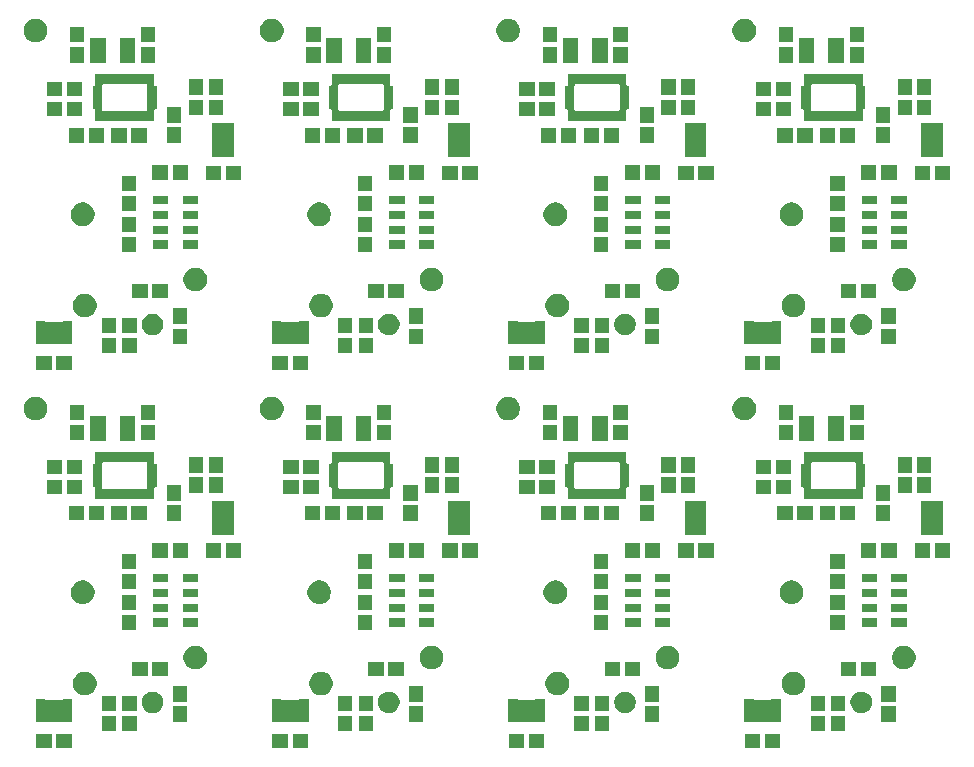
<source format=gbr>
G04 #@! TF.GenerationSoftware,KiCad,Pcbnew,(5.1.0-rc1-113-g51cc783e7)*
G04 #@! TF.CreationDate,2019-03-14T17:18:50-04:00
G04 #@! TF.ProjectId,fk-naturalist-sensors,666b2d6e-6174-4757-9261-6c6973742d73,rev?*
G04 #@! TF.SameCoordinates,Original*
G04 #@! TF.FileFunction,Soldermask,Top*
G04 #@! TF.FilePolarity,Negative*
%FSLAX46Y46*%
G04 Gerber Fmt 4.6, Leading zero omitted, Abs format (unit mm)*
G04 Created by KiCad (PCBNEW (5.1.0-rc1-113-g51cc783e7)) date 2019-03-14 17:18:50*
%MOMM*%
%LPD*%
G04 APERTURE LIST*
%ADD10C,0.100000*%
G04 APERTURE END LIST*
D10*
G36*
X94672800Y-92366400D02*
G01*
X93372800Y-92366400D01*
X93372800Y-91166400D01*
X94672800Y-91166400D01*
X94672800Y-92366400D01*
X94672800Y-92366400D01*
G37*
G36*
X92972800Y-92366400D02*
G01*
X91672800Y-92366400D01*
X91672800Y-91166400D01*
X92972800Y-91166400D01*
X92972800Y-92366400D01*
X92972800Y-92366400D01*
G37*
G36*
X74672800Y-92366400D02*
G01*
X73372800Y-92366400D01*
X73372800Y-91166400D01*
X74672800Y-91166400D01*
X74672800Y-92366400D01*
X74672800Y-92366400D01*
G37*
G36*
X72972800Y-92366400D02*
G01*
X71672800Y-92366400D01*
X71672800Y-91166400D01*
X72972800Y-91166400D01*
X72972800Y-92366400D01*
X72972800Y-92366400D01*
G37*
G36*
X54672800Y-92366400D02*
G01*
X53372800Y-92366400D01*
X53372800Y-91166400D01*
X54672800Y-91166400D01*
X54672800Y-92366400D01*
X54672800Y-92366400D01*
G37*
G36*
X52972800Y-92366400D02*
G01*
X51672800Y-92366400D01*
X51672800Y-91166400D01*
X52972800Y-91166400D01*
X52972800Y-92366400D01*
X52972800Y-92366400D01*
G37*
G36*
X34672800Y-92366400D02*
G01*
X33372800Y-92366400D01*
X33372800Y-91166400D01*
X34672800Y-91166400D01*
X34672800Y-92366400D01*
X34672800Y-92366400D01*
G37*
G36*
X32972800Y-92366400D02*
G01*
X31672800Y-92366400D01*
X31672800Y-91166400D01*
X32972800Y-91166400D01*
X32972800Y-92366400D01*
X32972800Y-92366400D01*
G37*
G36*
X40168857Y-90928554D02*
G01*
X38968857Y-90928554D01*
X38968857Y-89628554D01*
X40168857Y-89628554D01*
X40168857Y-90928554D01*
X40168857Y-90928554D01*
G37*
G36*
X98441657Y-90928554D02*
G01*
X97241657Y-90928554D01*
X97241657Y-89628554D01*
X98441657Y-89628554D01*
X98441657Y-90928554D01*
X98441657Y-90928554D01*
G37*
G36*
X60168857Y-90928554D02*
G01*
X58968857Y-90928554D01*
X58968857Y-89628554D01*
X60168857Y-89628554D01*
X60168857Y-90928554D01*
X60168857Y-90928554D01*
G37*
G36*
X80168857Y-90928554D02*
G01*
X78968857Y-90928554D01*
X78968857Y-89628554D01*
X80168857Y-89628554D01*
X80168857Y-90928554D01*
X80168857Y-90928554D01*
G37*
G36*
X100168857Y-90928554D02*
G01*
X98968857Y-90928554D01*
X98968857Y-89628554D01*
X100168857Y-89628554D01*
X100168857Y-90928554D01*
X100168857Y-90928554D01*
G37*
G36*
X78441657Y-90928554D02*
G01*
X77241657Y-90928554D01*
X77241657Y-89628554D01*
X78441657Y-89628554D01*
X78441657Y-90928554D01*
X78441657Y-90928554D01*
G37*
G36*
X58441657Y-90928554D02*
G01*
X57241657Y-90928554D01*
X57241657Y-89628554D01*
X58441657Y-89628554D01*
X58441657Y-90928554D01*
X58441657Y-90928554D01*
G37*
G36*
X38441657Y-90928554D02*
G01*
X37241657Y-90928554D01*
X37241657Y-89628554D01*
X38441657Y-89628554D01*
X38441657Y-90928554D01*
X38441657Y-90928554D01*
G37*
G36*
X92428353Y-88245334D02*
G01*
X92449964Y-88256885D01*
X92473413Y-88263998D01*
X92497799Y-88266400D01*
X93847801Y-88266400D01*
X93872187Y-88263998D01*
X93895636Y-88256885D01*
X93917247Y-88245334D01*
X93922041Y-88241400D01*
X94722800Y-88241400D01*
X94722800Y-90191400D01*
X93922041Y-90191400D01*
X93917247Y-90187466D01*
X93895636Y-90175915D01*
X93872187Y-90168802D01*
X93847801Y-90166400D01*
X92497799Y-90166400D01*
X92473413Y-90168802D01*
X92449964Y-90175915D01*
X92428353Y-90187466D01*
X92423559Y-90191400D01*
X91622800Y-90191400D01*
X91622800Y-88241400D01*
X92423559Y-88241400D01*
X92428353Y-88245334D01*
X92428353Y-88245334D01*
G37*
G36*
X32428353Y-88245334D02*
G01*
X32449964Y-88256885D01*
X32473413Y-88263998D01*
X32497799Y-88266400D01*
X33847801Y-88266400D01*
X33872187Y-88263998D01*
X33895636Y-88256885D01*
X33917247Y-88245334D01*
X33922041Y-88241400D01*
X34722800Y-88241400D01*
X34722800Y-90191400D01*
X33922041Y-90191400D01*
X33917247Y-90187466D01*
X33895636Y-90175915D01*
X33872187Y-90168802D01*
X33847801Y-90166400D01*
X32497799Y-90166400D01*
X32473413Y-90168802D01*
X32449964Y-90175915D01*
X32428353Y-90187466D01*
X32423559Y-90191400D01*
X31622800Y-90191400D01*
X31622800Y-88241400D01*
X32423559Y-88241400D01*
X32428353Y-88245334D01*
X32428353Y-88245334D01*
G37*
G36*
X52428353Y-88245334D02*
G01*
X52449964Y-88256885D01*
X52473413Y-88263998D01*
X52497799Y-88266400D01*
X53847801Y-88266400D01*
X53872187Y-88263998D01*
X53895636Y-88256885D01*
X53917247Y-88245334D01*
X53922041Y-88241400D01*
X54722800Y-88241400D01*
X54722800Y-90191400D01*
X53922041Y-90191400D01*
X53917247Y-90187466D01*
X53895636Y-90175915D01*
X53872187Y-90168802D01*
X53847801Y-90166400D01*
X52497799Y-90166400D01*
X52473413Y-90168802D01*
X52449964Y-90175915D01*
X52428353Y-90187466D01*
X52423559Y-90191400D01*
X51622800Y-90191400D01*
X51622800Y-88241400D01*
X52423559Y-88241400D01*
X52428353Y-88245334D01*
X52428353Y-88245334D01*
G37*
G36*
X72428353Y-88245334D02*
G01*
X72449964Y-88256885D01*
X72473413Y-88263998D01*
X72497799Y-88266400D01*
X73847801Y-88266400D01*
X73872187Y-88263998D01*
X73895636Y-88256885D01*
X73917247Y-88245334D01*
X73922041Y-88241400D01*
X74722800Y-88241400D01*
X74722800Y-90191400D01*
X73922041Y-90191400D01*
X73917247Y-90187466D01*
X73895636Y-90175915D01*
X73872187Y-90168802D01*
X73847801Y-90166400D01*
X72497799Y-90166400D01*
X72473413Y-90168802D01*
X72449964Y-90175915D01*
X72428353Y-90187466D01*
X72423559Y-90191400D01*
X71622800Y-90191400D01*
X71622800Y-88241400D01*
X72423559Y-88241400D01*
X72428353Y-88245334D01*
X72428353Y-88245334D01*
G37*
G36*
X44420234Y-90138113D02*
G01*
X43220234Y-90138113D01*
X43220234Y-88838113D01*
X44420234Y-88838113D01*
X44420234Y-90138113D01*
X44420234Y-90138113D01*
G37*
G36*
X64420234Y-90138113D02*
G01*
X63220234Y-90138113D01*
X63220234Y-88838113D01*
X64420234Y-88838113D01*
X64420234Y-90138113D01*
X64420234Y-90138113D01*
G37*
G36*
X84420234Y-90138113D02*
G01*
X83220234Y-90138113D01*
X83220234Y-88838113D01*
X84420234Y-88838113D01*
X84420234Y-90138113D01*
X84420234Y-90138113D01*
G37*
G36*
X104420234Y-90138113D02*
G01*
X103220234Y-90138113D01*
X103220234Y-88838113D01*
X104420234Y-88838113D01*
X104420234Y-90138113D01*
X104420234Y-90138113D01*
G37*
G36*
X41727523Y-87599478D02*
G01*
X41786255Y-87611160D01*
X41952228Y-87679909D01*
X42101600Y-87779716D01*
X42228631Y-87906747D01*
X42328438Y-88056119D01*
X42397187Y-88222092D01*
X42432234Y-88398289D01*
X42432234Y-88577937D01*
X42397187Y-88754134D01*
X42328438Y-88920107D01*
X42228631Y-89069479D01*
X42101600Y-89196510D01*
X41952228Y-89296317D01*
X41786255Y-89365066D01*
X41727523Y-89376748D01*
X41610060Y-89400113D01*
X41430408Y-89400113D01*
X41312945Y-89376748D01*
X41254213Y-89365066D01*
X41088240Y-89296317D01*
X40938868Y-89196510D01*
X40811837Y-89069479D01*
X40712030Y-88920107D01*
X40643281Y-88754134D01*
X40608234Y-88577937D01*
X40608234Y-88398289D01*
X40643281Y-88222092D01*
X40712030Y-88056119D01*
X40811837Y-87906747D01*
X40938868Y-87779716D01*
X41088240Y-87679909D01*
X41254213Y-87611160D01*
X41312945Y-87599478D01*
X41430408Y-87576113D01*
X41610060Y-87576113D01*
X41727523Y-87599478D01*
X41727523Y-87599478D01*
G37*
G36*
X101727523Y-87599478D02*
G01*
X101786255Y-87611160D01*
X101952228Y-87679909D01*
X102101600Y-87779716D01*
X102228631Y-87906747D01*
X102328438Y-88056119D01*
X102397187Y-88222092D01*
X102432234Y-88398289D01*
X102432234Y-88577937D01*
X102397187Y-88754134D01*
X102328438Y-88920107D01*
X102228631Y-89069479D01*
X102101600Y-89196510D01*
X101952228Y-89296317D01*
X101786255Y-89365066D01*
X101727523Y-89376748D01*
X101610060Y-89400113D01*
X101430408Y-89400113D01*
X101312945Y-89376748D01*
X101254213Y-89365066D01*
X101088240Y-89296317D01*
X100938868Y-89196510D01*
X100811837Y-89069479D01*
X100712030Y-88920107D01*
X100643281Y-88754134D01*
X100608234Y-88577937D01*
X100608234Y-88398289D01*
X100643281Y-88222092D01*
X100712030Y-88056119D01*
X100811837Y-87906747D01*
X100938868Y-87779716D01*
X101088240Y-87679909D01*
X101254213Y-87611160D01*
X101312945Y-87599478D01*
X101430408Y-87576113D01*
X101610060Y-87576113D01*
X101727523Y-87599478D01*
X101727523Y-87599478D01*
G37*
G36*
X61727523Y-87599478D02*
G01*
X61786255Y-87611160D01*
X61952228Y-87679909D01*
X62101600Y-87779716D01*
X62228631Y-87906747D01*
X62328438Y-88056119D01*
X62397187Y-88222092D01*
X62432234Y-88398289D01*
X62432234Y-88577937D01*
X62397187Y-88754134D01*
X62328438Y-88920107D01*
X62228631Y-89069479D01*
X62101600Y-89196510D01*
X61952228Y-89296317D01*
X61786255Y-89365066D01*
X61727523Y-89376748D01*
X61610060Y-89400113D01*
X61430408Y-89400113D01*
X61312945Y-89376748D01*
X61254213Y-89365066D01*
X61088240Y-89296317D01*
X60938868Y-89196510D01*
X60811837Y-89069479D01*
X60712030Y-88920107D01*
X60643281Y-88754134D01*
X60608234Y-88577937D01*
X60608234Y-88398289D01*
X60643281Y-88222092D01*
X60712030Y-88056119D01*
X60811837Y-87906747D01*
X60938868Y-87779716D01*
X61088240Y-87679909D01*
X61254213Y-87611160D01*
X61312945Y-87599478D01*
X61430408Y-87576113D01*
X61610060Y-87576113D01*
X61727523Y-87599478D01*
X61727523Y-87599478D01*
G37*
G36*
X81727523Y-87599478D02*
G01*
X81786255Y-87611160D01*
X81952228Y-87679909D01*
X82101600Y-87779716D01*
X82228631Y-87906747D01*
X82328438Y-88056119D01*
X82397187Y-88222092D01*
X82432234Y-88398289D01*
X82432234Y-88577937D01*
X82397187Y-88754134D01*
X82328438Y-88920107D01*
X82228631Y-89069479D01*
X82101600Y-89196510D01*
X81952228Y-89296317D01*
X81786255Y-89365066D01*
X81727523Y-89376748D01*
X81610060Y-89400113D01*
X81430408Y-89400113D01*
X81312945Y-89376748D01*
X81254213Y-89365066D01*
X81088240Y-89296317D01*
X80938868Y-89196510D01*
X80811837Y-89069479D01*
X80712030Y-88920107D01*
X80643281Y-88754134D01*
X80608234Y-88577937D01*
X80608234Y-88398289D01*
X80643281Y-88222092D01*
X80712030Y-88056119D01*
X80811837Y-87906747D01*
X80938868Y-87779716D01*
X81088240Y-87679909D01*
X81254213Y-87611160D01*
X81312945Y-87599478D01*
X81430408Y-87576113D01*
X81610060Y-87576113D01*
X81727523Y-87599478D01*
X81727523Y-87599478D01*
G37*
G36*
X100168857Y-89228554D02*
G01*
X98968857Y-89228554D01*
X98968857Y-87928554D01*
X100168857Y-87928554D01*
X100168857Y-89228554D01*
X100168857Y-89228554D01*
G37*
G36*
X40168857Y-89228554D02*
G01*
X38968857Y-89228554D01*
X38968857Y-87928554D01*
X40168857Y-87928554D01*
X40168857Y-89228554D01*
X40168857Y-89228554D01*
G37*
G36*
X60168857Y-89228554D02*
G01*
X58968857Y-89228554D01*
X58968857Y-87928554D01*
X60168857Y-87928554D01*
X60168857Y-89228554D01*
X60168857Y-89228554D01*
G37*
G36*
X80168857Y-89228554D02*
G01*
X78968857Y-89228554D01*
X78968857Y-87928554D01*
X80168857Y-87928554D01*
X80168857Y-89228554D01*
X80168857Y-89228554D01*
G37*
G36*
X38441657Y-89228554D02*
G01*
X37241657Y-89228554D01*
X37241657Y-87928554D01*
X38441657Y-87928554D01*
X38441657Y-89228554D01*
X38441657Y-89228554D01*
G37*
G36*
X58441657Y-89228554D02*
G01*
X57241657Y-89228554D01*
X57241657Y-87928554D01*
X58441657Y-87928554D01*
X58441657Y-89228554D01*
X58441657Y-89228554D01*
G37*
G36*
X78441657Y-89228554D02*
G01*
X77241657Y-89228554D01*
X77241657Y-87928554D01*
X78441657Y-87928554D01*
X78441657Y-89228554D01*
X78441657Y-89228554D01*
G37*
G36*
X98441657Y-89228554D02*
G01*
X97241657Y-89228554D01*
X97241657Y-87928554D01*
X98441657Y-87928554D01*
X98441657Y-89228554D01*
X98441657Y-89228554D01*
G37*
G36*
X44420234Y-88438113D02*
G01*
X43220234Y-88438113D01*
X43220234Y-87138113D01*
X44420234Y-87138113D01*
X44420234Y-88438113D01*
X44420234Y-88438113D01*
G37*
G36*
X104420234Y-88438113D02*
G01*
X103220234Y-88438113D01*
X103220234Y-87138113D01*
X104420234Y-87138113D01*
X104420234Y-88438113D01*
X104420234Y-88438113D01*
G37*
G36*
X84420234Y-88438113D02*
G01*
X83220234Y-88438113D01*
X83220234Y-87138113D01*
X84420234Y-87138113D01*
X84420234Y-88438113D01*
X84420234Y-88438113D01*
G37*
G36*
X64420234Y-88438113D02*
G01*
X63220234Y-88438113D01*
X63220234Y-87138113D01*
X64420234Y-87138113D01*
X64420234Y-88438113D01*
X64420234Y-88438113D01*
G37*
G36*
X76007890Y-85917419D02*
G01*
X76072289Y-85930229D01*
X76254278Y-86005611D01*
X76418063Y-86115049D01*
X76557351Y-86254337D01*
X76666789Y-86418122D01*
X76742171Y-86600111D01*
X76780600Y-86793309D01*
X76780600Y-86990291D01*
X76742171Y-87183489D01*
X76666789Y-87365478D01*
X76557351Y-87529263D01*
X76418063Y-87668551D01*
X76254278Y-87777989D01*
X76072289Y-87853371D01*
X76007890Y-87866181D01*
X75879093Y-87891800D01*
X75682107Y-87891800D01*
X75553310Y-87866181D01*
X75488911Y-87853371D01*
X75306922Y-87777989D01*
X75143137Y-87668551D01*
X75003849Y-87529263D01*
X74894411Y-87365478D01*
X74819029Y-87183489D01*
X74780600Y-86990291D01*
X74780600Y-86793309D01*
X74819029Y-86600111D01*
X74894411Y-86418122D01*
X75003849Y-86254337D01*
X75143137Y-86115049D01*
X75306922Y-86005611D01*
X75488911Y-85930229D01*
X75553310Y-85917419D01*
X75682107Y-85891800D01*
X75879093Y-85891800D01*
X76007890Y-85917419D01*
X76007890Y-85917419D01*
G37*
G36*
X96007890Y-85917419D02*
G01*
X96072289Y-85930229D01*
X96254278Y-86005611D01*
X96418063Y-86115049D01*
X96557351Y-86254337D01*
X96666789Y-86418122D01*
X96742171Y-86600111D01*
X96780600Y-86793309D01*
X96780600Y-86990291D01*
X96742171Y-87183489D01*
X96666789Y-87365478D01*
X96557351Y-87529263D01*
X96418063Y-87668551D01*
X96254278Y-87777989D01*
X96072289Y-87853371D01*
X96007890Y-87866181D01*
X95879093Y-87891800D01*
X95682107Y-87891800D01*
X95553310Y-87866181D01*
X95488911Y-87853371D01*
X95306922Y-87777989D01*
X95143137Y-87668551D01*
X95003849Y-87529263D01*
X94894411Y-87365478D01*
X94819029Y-87183489D01*
X94780600Y-86990291D01*
X94780600Y-86793309D01*
X94819029Y-86600111D01*
X94894411Y-86418122D01*
X95003849Y-86254337D01*
X95143137Y-86115049D01*
X95306922Y-86005611D01*
X95488911Y-85930229D01*
X95553310Y-85917419D01*
X95682107Y-85891800D01*
X95879093Y-85891800D01*
X96007890Y-85917419D01*
X96007890Y-85917419D01*
G37*
G36*
X56007890Y-85917419D02*
G01*
X56072289Y-85930229D01*
X56254278Y-86005611D01*
X56418063Y-86115049D01*
X56557351Y-86254337D01*
X56666789Y-86418122D01*
X56742171Y-86600111D01*
X56780600Y-86793309D01*
X56780600Y-86990291D01*
X56742171Y-87183489D01*
X56666789Y-87365478D01*
X56557351Y-87529263D01*
X56418063Y-87668551D01*
X56254278Y-87777989D01*
X56072289Y-87853371D01*
X56007890Y-87866181D01*
X55879093Y-87891800D01*
X55682107Y-87891800D01*
X55553310Y-87866181D01*
X55488911Y-87853371D01*
X55306922Y-87777989D01*
X55143137Y-87668551D01*
X55003849Y-87529263D01*
X54894411Y-87365478D01*
X54819029Y-87183489D01*
X54780600Y-86990291D01*
X54780600Y-86793309D01*
X54819029Y-86600111D01*
X54894411Y-86418122D01*
X55003849Y-86254337D01*
X55143137Y-86115049D01*
X55306922Y-86005611D01*
X55488911Y-85930229D01*
X55553310Y-85917419D01*
X55682107Y-85891800D01*
X55879093Y-85891800D01*
X56007890Y-85917419D01*
X56007890Y-85917419D01*
G37*
G36*
X36007890Y-85917419D02*
G01*
X36072289Y-85930229D01*
X36254278Y-86005611D01*
X36418063Y-86115049D01*
X36557351Y-86254337D01*
X36666789Y-86418122D01*
X36742171Y-86600111D01*
X36780600Y-86793309D01*
X36780600Y-86990291D01*
X36742171Y-87183489D01*
X36666789Y-87365478D01*
X36557351Y-87529263D01*
X36418063Y-87668551D01*
X36254278Y-87777989D01*
X36072289Y-87853371D01*
X36007890Y-87866181D01*
X35879093Y-87891800D01*
X35682107Y-87891800D01*
X35553310Y-87866181D01*
X35488911Y-87853371D01*
X35306922Y-87777989D01*
X35143137Y-87668551D01*
X35003849Y-87529263D01*
X34894411Y-87365478D01*
X34819029Y-87183489D01*
X34780600Y-86990291D01*
X34780600Y-86793309D01*
X34819029Y-86600111D01*
X34894411Y-86418122D01*
X35003849Y-86254337D01*
X35143137Y-86115049D01*
X35306922Y-86005611D01*
X35488911Y-85930229D01*
X35553310Y-85917419D01*
X35682107Y-85891800D01*
X35879093Y-85891800D01*
X36007890Y-85917419D01*
X36007890Y-85917419D01*
G37*
G36*
X41092400Y-86247200D02*
G01*
X39792400Y-86247200D01*
X39792400Y-85047200D01*
X41092400Y-85047200D01*
X41092400Y-86247200D01*
X41092400Y-86247200D01*
G37*
G36*
X102792400Y-86247200D02*
G01*
X101492400Y-86247200D01*
X101492400Y-85047200D01*
X102792400Y-85047200D01*
X102792400Y-86247200D01*
X102792400Y-86247200D01*
G37*
G36*
X101092400Y-86247200D02*
G01*
X99792400Y-86247200D01*
X99792400Y-85047200D01*
X101092400Y-85047200D01*
X101092400Y-86247200D01*
X101092400Y-86247200D01*
G37*
G36*
X82792400Y-86247200D02*
G01*
X81492400Y-86247200D01*
X81492400Y-85047200D01*
X82792400Y-85047200D01*
X82792400Y-86247200D01*
X82792400Y-86247200D01*
G37*
G36*
X81092400Y-86247200D02*
G01*
X79792400Y-86247200D01*
X79792400Y-85047200D01*
X81092400Y-85047200D01*
X81092400Y-86247200D01*
X81092400Y-86247200D01*
G37*
G36*
X62792400Y-86247200D02*
G01*
X61492400Y-86247200D01*
X61492400Y-85047200D01*
X62792400Y-85047200D01*
X62792400Y-86247200D01*
X62792400Y-86247200D01*
G37*
G36*
X61092400Y-86247200D02*
G01*
X59792400Y-86247200D01*
X59792400Y-85047200D01*
X61092400Y-85047200D01*
X61092400Y-86247200D01*
X61092400Y-86247200D01*
G37*
G36*
X42792400Y-86247200D02*
G01*
X41492400Y-86247200D01*
X41492400Y-85047200D01*
X42792400Y-85047200D01*
X42792400Y-86247200D01*
X42792400Y-86247200D01*
G37*
G36*
X85355090Y-83707619D02*
G01*
X85419489Y-83720429D01*
X85601478Y-83795811D01*
X85765263Y-83905249D01*
X85904551Y-84044537D01*
X86013989Y-84208322D01*
X86089371Y-84390311D01*
X86127800Y-84583509D01*
X86127800Y-84780491D01*
X86089371Y-84973689D01*
X86013989Y-85155678D01*
X85904551Y-85319463D01*
X85765263Y-85458751D01*
X85601478Y-85568189D01*
X85419489Y-85643571D01*
X85355090Y-85656381D01*
X85226293Y-85682000D01*
X85029307Y-85682000D01*
X84900510Y-85656381D01*
X84836111Y-85643571D01*
X84654122Y-85568189D01*
X84490337Y-85458751D01*
X84351049Y-85319463D01*
X84241611Y-85155678D01*
X84166229Y-84973689D01*
X84127800Y-84780491D01*
X84127800Y-84583509D01*
X84166229Y-84390311D01*
X84241611Y-84208322D01*
X84351049Y-84044537D01*
X84490337Y-83905249D01*
X84654122Y-83795811D01*
X84836111Y-83720429D01*
X84900510Y-83707619D01*
X85029307Y-83682000D01*
X85226293Y-83682000D01*
X85355090Y-83707619D01*
X85355090Y-83707619D01*
G37*
G36*
X45355090Y-83707619D02*
G01*
X45419489Y-83720429D01*
X45601478Y-83795811D01*
X45765263Y-83905249D01*
X45904551Y-84044537D01*
X46013989Y-84208322D01*
X46089371Y-84390311D01*
X46127800Y-84583509D01*
X46127800Y-84780491D01*
X46089371Y-84973689D01*
X46013989Y-85155678D01*
X45904551Y-85319463D01*
X45765263Y-85458751D01*
X45601478Y-85568189D01*
X45419489Y-85643571D01*
X45355090Y-85656381D01*
X45226293Y-85682000D01*
X45029307Y-85682000D01*
X44900510Y-85656381D01*
X44836111Y-85643571D01*
X44654122Y-85568189D01*
X44490337Y-85458751D01*
X44351049Y-85319463D01*
X44241611Y-85155678D01*
X44166229Y-84973689D01*
X44127800Y-84780491D01*
X44127800Y-84583509D01*
X44166229Y-84390311D01*
X44241611Y-84208322D01*
X44351049Y-84044537D01*
X44490337Y-83905249D01*
X44654122Y-83795811D01*
X44836111Y-83720429D01*
X44900510Y-83707619D01*
X45029307Y-83682000D01*
X45226293Y-83682000D01*
X45355090Y-83707619D01*
X45355090Y-83707619D01*
G37*
G36*
X65355090Y-83707619D02*
G01*
X65419489Y-83720429D01*
X65601478Y-83795811D01*
X65765263Y-83905249D01*
X65904551Y-84044537D01*
X66013989Y-84208322D01*
X66089371Y-84390311D01*
X66127800Y-84583509D01*
X66127800Y-84780491D01*
X66089371Y-84973689D01*
X66013989Y-85155678D01*
X65904551Y-85319463D01*
X65765263Y-85458751D01*
X65601478Y-85568189D01*
X65419489Y-85643571D01*
X65355090Y-85656381D01*
X65226293Y-85682000D01*
X65029307Y-85682000D01*
X64900510Y-85656381D01*
X64836111Y-85643571D01*
X64654122Y-85568189D01*
X64490337Y-85458751D01*
X64351049Y-85319463D01*
X64241611Y-85155678D01*
X64166229Y-84973689D01*
X64127800Y-84780491D01*
X64127800Y-84583509D01*
X64166229Y-84390311D01*
X64241611Y-84208322D01*
X64351049Y-84044537D01*
X64490337Y-83905249D01*
X64654122Y-83795811D01*
X64836111Y-83720429D01*
X64900510Y-83707619D01*
X65029307Y-83682000D01*
X65226293Y-83682000D01*
X65355090Y-83707619D01*
X65355090Y-83707619D01*
G37*
G36*
X105355090Y-83707619D02*
G01*
X105419489Y-83720429D01*
X105601478Y-83795811D01*
X105765263Y-83905249D01*
X105904551Y-84044537D01*
X106013989Y-84208322D01*
X106089371Y-84390311D01*
X106127800Y-84583509D01*
X106127800Y-84780491D01*
X106089371Y-84973689D01*
X106013989Y-85155678D01*
X105904551Y-85319463D01*
X105765263Y-85458751D01*
X105601478Y-85568189D01*
X105419489Y-85643571D01*
X105355090Y-85656381D01*
X105226293Y-85682000D01*
X105029307Y-85682000D01*
X104900510Y-85656381D01*
X104836111Y-85643571D01*
X104654122Y-85568189D01*
X104490337Y-85458751D01*
X104351049Y-85319463D01*
X104241611Y-85155678D01*
X104166229Y-84973689D01*
X104127800Y-84780491D01*
X104127800Y-84583509D01*
X104166229Y-84390311D01*
X104241611Y-84208322D01*
X104351049Y-84044537D01*
X104490337Y-83905249D01*
X104654122Y-83795811D01*
X104836111Y-83720429D01*
X104900510Y-83707619D01*
X105029307Y-83682000D01*
X105226293Y-83682000D01*
X105355090Y-83707619D01*
X105355090Y-83707619D01*
G37*
G36*
X100113600Y-82394000D02*
G01*
X98913600Y-82394000D01*
X98913600Y-81094000D01*
X100113600Y-81094000D01*
X100113600Y-82394000D01*
X100113600Y-82394000D01*
G37*
G36*
X60113600Y-82394000D02*
G01*
X58913600Y-82394000D01*
X58913600Y-81094000D01*
X60113600Y-81094000D01*
X60113600Y-82394000D01*
X60113600Y-82394000D01*
G37*
G36*
X40113600Y-82394000D02*
G01*
X38913600Y-82394000D01*
X38913600Y-81094000D01*
X40113600Y-81094000D01*
X40113600Y-82394000D01*
X40113600Y-82394000D01*
G37*
G36*
X80113600Y-82394000D02*
G01*
X78913600Y-82394000D01*
X78913600Y-81094000D01*
X80113600Y-81094000D01*
X80113600Y-82394000D01*
X80113600Y-82394000D01*
G37*
G36*
X102856400Y-82086000D02*
G01*
X101556400Y-82086000D01*
X101556400Y-81386000D01*
X102856400Y-81386000D01*
X102856400Y-82086000D01*
X102856400Y-82086000D01*
G37*
G36*
X45356400Y-82086000D02*
G01*
X44056400Y-82086000D01*
X44056400Y-81386000D01*
X45356400Y-81386000D01*
X45356400Y-82086000D01*
X45356400Y-82086000D01*
G37*
G36*
X42856400Y-82086000D02*
G01*
X41556400Y-82086000D01*
X41556400Y-81386000D01*
X42856400Y-81386000D01*
X42856400Y-82086000D01*
X42856400Y-82086000D01*
G37*
G36*
X62856400Y-82086000D02*
G01*
X61556400Y-82086000D01*
X61556400Y-81386000D01*
X62856400Y-81386000D01*
X62856400Y-82086000D01*
X62856400Y-82086000D01*
G37*
G36*
X105356400Y-82086000D02*
G01*
X104056400Y-82086000D01*
X104056400Y-81386000D01*
X105356400Y-81386000D01*
X105356400Y-82086000D01*
X105356400Y-82086000D01*
G37*
G36*
X65356400Y-82086000D02*
G01*
X64056400Y-82086000D01*
X64056400Y-81386000D01*
X65356400Y-81386000D01*
X65356400Y-82086000D01*
X65356400Y-82086000D01*
G37*
G36*
X82856400Y-82086000D02*
G01*
X81556400Y-82086000D01*
X81556400Y-81386000D01*
X82856400Y-81386000D01*
X82856400Y-82086000D01*
X82856400Y-82086000D01*
G37*
G36*
X85356400Y-82086000D02*
G01*
X84056400Y-82086000D01*
X84056400Y-81386000D01*
X85356400Y-81386000D01*
X85356400Y-82086000D01*
X85356400Y-82086000D01*
G37*
G36*
X65356400Y-80836000D02*
G01*
X64056400Y-80836000D01*
X64056400Y-80136000D01*
X65356400Y-80136000D01*
X65356400Y-80836000D01*
X65356400Y-80836000D01*
G37*
G36*
X62856400Y-80836000D02*
G01*
X61556400Y-80836000D01*
X61556400Y-80136000D01*
X62856400Y-80136000D01*
X62856400Y-80836000D01*
X62856400Y-80836000D01*
G37*
G36*
X42856400Y-80836000D02*
G01*
X41556400Y-80836000D01*
X41556400Y-80136000D01*
X42856400Y-80136000D01*
X42856400Y-80836000D01*
X42856400Y-80836000D01*
G37*
G36*
X45356400Y-80836000D02*
G01*
X44056400Y-80836000D01*
X44056400Y-80136000D01*
X45356400Y-80136000D01*
X45356400Y-80836000D01*
X45356400Y-80836000D01*
G37*
G36*
X82856400Y-80836000D02*
G01*
X81556400Y-80836000D01*
X81556400Y-80136000D01*
X82856400Y-80136000D01*
X82856400Y-80836000D01*
X82856400Y-80836000D01*
G37*
G36*
X85356400Y-80836000D02*
G01*
X84056400Y-80836000D01*
X84056400Y-80136000D01*
X85356400Y-80136000D01*
X85356400Y-80836000D01*
X85356400Y-80836000D01*
G37*
G36*
X105356400Y-80836000D02*
G01*
X104056400Y-80836000D01*
X104056400Y-80136000D01*
X105356400Y-80136000D01*
X105356400Y-80836000D01*
X105356400Y-80836000D01*
G37*
G36*
X102856400Y-80836000D02*
G01*
X101556400Y-80836000D01*
X101556400Y-80136000D01*
X102856400Y-80136000D01*
X102856400Y-80836000D01*
X102856400Y-80836000D01*
G37*
G36*
X60113600Y-80694000D02*
G01*
X58913600Y-80694000D01*
X58913600Y-79394000D01*
X60113600Y-79394000D01*
X60113600Y-80694000D01*
X60113600Y-80694000D01*
G37*
G36*
X80113600Y-80694000D02*
G01*
X78913600Y-80694000D01*
X78913600Y-79394000D01*
X80113600Y-79394000D01*
X80113600Y-80694000D01*
X80113600Y-80694000D01*
G37*
G36*
X40113600Y-80694000D02*
G01*
X38913600Y-80694000D01*
X38913600Y-79394000D01*
X40113600Y-79394000D01*
X40113600Y-80694000D01*
X40113600Y-80694000D01*
G37*
G36*
X100113600Y-80694000D02*
G01*
X98913600Y-80694000D01*
X98913600Y-79394000D01*
X100113600Y-79394000D01*
X100113600Y-80694000D01*
X100113600Y-80694000D01*
G37*
G36*
X95842790Y-78183119D02*
G01*
X95907189Y-78195929D01*
X96089178Y-78271311D01*
X96252963Y-78380749D01*
X96392251Y-78520037D01*
X96501689Y-78683822D01*
X96577071Y-78865811D01*
X96615500Y-79059009D01*
X96615500Y-79255991D01*
X96577071Y-79449189D01*
X96501689Y-79631178D01*
X96392251Y-79794963D01*
X96252963Y-79934251D01*
X96089178Y-80043689D01*
X95907189Y-80119071D01*
X95842790Y-80131881D01*
X95713993Y-80157500D01*
X95517007Y-80157500D01*
X95388210Y-80131881D01*
X95323811Y-80119071D01*
X95141822Y-80043689D01*
X94978037Y-79934251D01*
X94838749Y-79794963D01*
X94729311Y-79631178D01*
X94653929Y-79449189D01*
X94615500Y-79255991D01*
X94615500Y-79059009D01*
X94653929Y-78865811D01*
X94729311Y-78683822D01*
X94838749Y-78520037D01*
X94978037Y-78380749D01*
X95141822Y-78271311D01*
X95323811Y-78195929D01*
X95388210Y-78183119D01*
X95517007Y-78157500D01*
X95713993Y-78157500D01*
X95842790Y-78183119D01*
X95842790Y-78183119D01*
G37*
G36*
X75842790Y-78183119D02*
G01*
X75907189Y-78195929D01*
X76089178Y-78271311D01*
X76252963Y-78380749D01*
X76392251Y-78520037D01*
X76501689Y-78683822D01*
X76577071Y-78865811D01*
X76615500Y-79059009D01*
X76615500Y-79255991D01*
X76577071Y-79449189D01*
X76501689Y-79631178D01*
X76392251Y-79794963D01*
X76252963Y-79934251D01*
X76089178Y-80043689D01*
X75907189Y-80119071D01*
X75842790Y-80131881D01*
X75713993Y-80157500D01*
X75517007Y-80157500D01*
X75388210Y-80131881D01*
X75323811Y-80119071D01*
X75141822Y-80043689D01*
X74978037Y-79934251D01*
X74838749Y-79794963D01*
X74729311Y-79631178D01*
X74653929Y-79449189D01*
X74615500Y-79255991D01*
X74615500Y-79059009D01*
X74653929Y-78865811D01*
X74729311Y-78683822D01*
X74838749Y-78520037D01*
X74978037Y-78380749D01*
X75141822Y-78271311D01*
X75323811Y-78195929D01*
X75388210Y-78183119D01*
X75517007Y-78157500D01*
X75713993Y-78157500D01*
X75842790Y-78183119D01*
X75842790Y-78183119D01*
G37*
G36*
X55842790Y-78183119D02*
G01*
X55907189Y-78195929D01*
X56089178Y-78271311D01*
X56252963Y-78380749D01*
X56392251Y-78520037D01*
X56501689Y-78683822D01*
X56577071Y-78865811D01*
X56615500Y-79059009D01*
X56615500Y-79255991D01*
X56577071Y-79449189D01*
X56501689Y-79631178D01*
X56392251Y-79794963D01*
X56252963Y-79934251D01*
X56089178Y-80043689D01*
X55907189Y-80119071D01*
X55842790Y-80131881D01*
X55713993Y-80157500D01*
X55517007Y-80157500D01*
X55388210Y-80131881D01*
X55323811Y-80119071D01*
X55141822Y-80043689D01*
X54978037Y-79934251D01*
X54838749Y-79794963D01*
X54729311Y-79631178D01*
X54653929Y-79449189D01*
X54615500Y-79255991D01*
X54615500Y-79059009D01*
X54653929Y-78865811D01*
X54729311Y-78683822D01*
X54838749Y-78520037D01*
X54978037Y-78380749D01*
X55141822Y-78271311D01*
X55323811Y-78195929D01*
X55388210Y-78183119D01*
X55517007Y-78157500D01*
X55713993Y-78157500D01*
X55842790Y-78183119D01*
X55842790Y-78183119D01*
G37*
G36*
X35842790Y-78183119D02*
G01*
X35907189Y-78195929D01*
X36089178Y-78271311D01*
X36252963Y-78380749D01*
X36392251Y-78520037D01*
X36501689Y-78683822D01*
X36577071Y-78865811D01*
X36615500Y-79059009D01*
X36615500Y-79255991D01*
X36577071Y-79449189D01*
X36501689Y-79631178D01*
X36392251Y-79794963D01*
X36252963Y-79934251D01*
X36089178Y-80043689D01*
X35907189Y-80119071D01*
X35842790Y-80131881D01*
X35713993Y-80157500D01*
X35517007Y-80157500D01*
X35388210Y-80131881D01*
X35323811Y-80119071D01*
X35141822Y-80043689D01*
X34978037Y-79934251D01*
X34838749Y-79794963D01*
X34729311Y-79631178D01*
X34653929Y-79449189D01*
X34615500Y-79255991D01*
X34615500Y-79059009D01*
X34653929Y-78865811D01*
X34729311Y-78683822D01*
X34838749Y-78520037D01*
X34978037Y-78380749D01*
X35141822Y-78271311D01*
X35323811Y-78195929D01*
X35388210Y-78183119D01*
X35517007Y-78157500D01*
X35713993Y-78157500D01*
X35842790Y-78183119D01*
X35842790Y-78183119D01*
G37*
G36*
X105356400Y-79586000D02*
G01*
X104056400Y-79586000D01*
X104056400Y-78886000D01*
X105356400Y-78886000D01*
X105356400Y-79586000D01*
X105356400Y-79586000D01*
G37*
G36*
X102856400Y-79586000D02*
G01*
X101556400Y-79586000D01*
X101556400Y-78886000D01*
X102856400Y-78886000D01*
X102856400Y-79586000D01*
X102856400Y-79586000D01*
G37*
G36*
X85356400Y-79586000D02*
G01*
X84056400Y-79586000D01*
X84056400Y-78886000D01*
X85356400Y-78886000D01*
X85356400Y-79586000D01*
X85356400Y-79586000D01*
G37*
G36*
X82856400Y-79586000D02*
G01*
X81556400Y-79586000D01*
X81556400Y-78886000D01*
X82856400Y-78886000D01*
X82856400Y-79586000D01*
X82856400Y-79586000D01*
G37*
G36*
X45356400Y-79586000D02*
G01*
X44056400Y-79586000D01*
X44056400Y-78886000D01*
X45356400Y-78886000D01*
X45356400Y-79586000D01*
X45356400Y-79586000D01*
G37*
G36*
X65356400Y-79586000D02*
G01*
X64056400Y-79586000D01*
X64056400Y-78886000D01*
X65356400Y-78886000D01*
X65356400Y-79586000D01*
X65356400Y-79586000D01*
G37*
G36*
X42856400Y-79586000D02*
G01*
X41556400Y-79586000D01*
X41556400Y-78886000D01*
X42856400Y-78886000D01*
X42856400Y-79586000D01*
X42856400Y-79586000D01*
G37*
G36*
X62856400Y-79586000D02*
G01*
X61556400Y-79586000D01*
X61556400Y-78886000D01*
X62856400Y-78886000D01*
X62856400Y-79586000D01*
X62856400Y-79586000D01*
G37*
G36*
X80113600Y-78888800D02*
G01*
X78913600Y-78888800D01*
X78913600Y-77588800D01*
X80113600Y-77588800D01*
X80113600Y-78888800D01*
X80113600Y-78888800D01*
G37*
G36*
X60113600Y-78888800D02*
G01*
X58913600Y-78888800D01*
X58913600Y-77588800D01*
X60113600Y-77588800D01*
X60113600Y-78888800D01*
X60113600Y-78888800D01*
G37*
G36*
X40113600Y-78888800D02*
G01*
X38913600Y-78888800D01*
X38913600Y-77588800D01*
X40113600Y-77588800D01*
X40113600Y-78888800D01*
X40113600Y-78888800D01*
G37*
G36*
X100113600Y-78888800D02*
G01*
X98913600Y-78888800D01*
X98913600Y-77588800D01*
X100113600Y-77588800D01*
X100113600Y-78888800D01*
X100113600Y-78888800D01*
G37*
G36*
X82856400Y-78336000D02*
G01*
X81556400Y-78336000D01*
X81556400Y-77636000D01*
X82856400Y-77636000D01*
X82856400Y-78336000D01*
X82856400Y-78336000D01*
G37*
G36*
X85356400Y-78336000D02*
G01*
X84056400Y-78336000D01*
X84056400Y-77636000D01*
X85356400Y-77636000D01*
X85356400Y-78336000D01*
X85356400Y-78336000D01*
G37*
G36*
X65356400Y-78336000D02*
G01*
X64056400Y-78336000D01*
X64056400Y-77636000D01*
X65356400Y-77636000D01*
X65356400Y-78336000D01*
X65356400Y-78336000D01*
G37*
G36*
X102856400Y-78336000D02*
G01*
X101556400Y-78336000D01*
X101556400Y-77636000D01*
X102856400Y-77636000D01*
X102856400Y-78336000D01*
X102856400Y-78336000D01*
G37*
G36*
X105356400Y-78336000D02*
G01*
X104056400Y-78336000D01*
X104056400Y-77636000D01*
X105356400Y-77636000D01*
X105356400Y-78336000D01*
X105356400Y-78336000D01*
G37*
G36*
X42856400Y-78336000D02*
G01*
X41556400Y-78336000D01*
X41556400Y-77636000D01*
X42856400Y-77636000D01*
X42856400Y-78336000D01*
X42856400Y-78336000D01*
G37*
G36*
X45356400Y-78336000D02*
G01*
X44056400Y-78336000D01*
X44056400Y-77636000D01*
X45356400Y-77636000D01*
X45356400Y-78336000D01*
X45356400Y-78336000D01*
G37*
G36*
X62856400Y-78336000D02*
G01*
X61556400Y-78336000D01*
X61556400Y-77636000D01*
X62856400Y-77636000D01*
X62856400Y-78336000D01*
X62856400Y-78336000D01*
G37*
G36*
X100113600Y-77188800D02*
G01*
X98913600Y-77188800D01*
X98913600Y-75888800D01*
X100113600Y-75888800D01*
X100113600Y-77188800D01*
X100113600Y-77188800D01*
G37*
G36*
X80113600Y-77188800D02*
G01*
X78913600Y-77188800D01*
X78913600Y-75888800D01*
X80113600Y-75888800D01*
X80113600Y-77188800D01*
X80113600Y-77188800D01*
G37*
G36*
X60113600Y-77188800D02*
G01*
X58913600Y-77188800D01*
X58913600Y-75888800D01*
X60113600Y-75888800D01*
X60113600Y-77188800D01*
X60113600Y-77188800D01*
G37*
G36*
X40113600Y-77188800D02*
G01*
X38913600Y-77188800D01*
X38913600Y-75888800D01*
X40113600Y-75888800D01*
X40113600Y-77188800D01*
X40113600Y-77188800D01*
G37*
G36*
X107340800Y-76239600D02*
G01*
X106040800Y-76239600D01*
X106040800Y-75039600D01*
X107340800Y-75039600D01*
X107340800Y-76239600D01*
X107340800Y-76239600D01*
G37*
G36*
X109040800Y-76239600D02*
G01*
X107740800Y-76239600D01*
X107740800Y-75039600D01*
X109040800Y-75039600D01*
X109040800Y-76239600D01*
X109040800Y-76239600D01*
G37*
G36*
X87340800Y-76239600D02*
G01*
X86040800Y-76239600D01*
X86040800Y-75039600D01*
X87340800Y-75039600D01*
X87340800Y-76239600D01*
X87340800Y-76239600D01*
G37*
G36*
X89040800Y-76239600D02*
G01*
X87740800Y-76239600D01*
X87740800Y-75039600D01*
X89040800Y-75039600D01*
X89040800Y-76239600D01*
X89040800Y-76239600D01*
G37*
G36*
X67340800Y-76239600D02*
G01*
X66040800Y-76239600D01*
X66040800Y-75039600D01*
X67340800Y-75039600D01*
X67340800Y-76239600D01*
X67340800Y-76239600D01*
G37*
G36*
X69040800Y-76239600D02*
G01*
X67740800Y-76239600D01*
X67740800Y-75039600D01*
X69040800Y-75039600D01*
X69040800Y-76239600D01*
X69040800Y-76239600D01*
G37*
G36*
X47340800Y-76239600D02*
G01*
X46040800Y-76239600D01*
X46040800Y-75039600D01*
X47340800Y-75039600D01*
X47340800Y-76239600D01*
X47340800Y-76239600D01*
G37*
G36*
X49040800Y-76239600D02*
G01*
X47740800Y-76239600D01*
X47740800Y-75039600D01*
X49040800Y-75039600D01*
X49040800Y-76239600D01*
X49040800Y-76239600D01*
G37*
G36*
X44506400Y-76236000D02*
G01*
X43206400Y-76236000D01*
X43206400Y-75036000D01*
X44506400Y-75036000D01*
X44506400Y-76236000D01*
X44506400Y-76236000D01*
G37*
G36*
X62806400Y-76236000D02*
G01*
X61506400Y-76236000D01*
X61506400Y-75036000D01*
X62806400Y-75036000D01*
X62806400Y-76236000D01*
X62806400Y-76236000D01*
G37*
G36*
X104506400Y-76236000D02*
G01*
X103206400Y-76236000D01*
X103206400Y-75036000D01*
X104506400Y-75036000D01*
X104506400Y-76236000D01*
X104506400Y-76236000D01*
G37*
G36*
X102806400Y-76236000D02*
G01*
X101506400Y-76236000D01*
X101506400Y-75036000D01*
X102806400Y-75036000D01*
X102806400Y-76236000D01*
X102806400Y-76236000D01*
G37*
G36*
X42806400Y-76236000D02*
G01*
X41506400Y-76236000D01*
X41506400Y-75036000D01*
X42806400Y-75036000D01*
X42806400Y-76236000D01*
X42806400Y-76236000D01*
G37*
G36*
X64506400Y-76236000D02*
G01*
X63206400Y-76236000D01*
X63206400Y-75036000D01*
X64506400Y-75036000D01*
X64506400Y-76236000D01*
X64506400Y-76236000D01*
G37*
G36*
X82806400Y-76236000D02*
G01*
X81506400Y-76236000D01*
X81506400Y-75036000D01*
X82806400Y-75036000D01*
X82806400Y-76236000D01*
X82806400Y-76236000D01*
G37*
G36*
X84506400Y-76236000D02*
G01*
X83206400Y-76236000D01*
X83206400Y-75036000D01*
X84506400Y-75036000D01*
X84506400Y-76236000D01*
X84506400Y-76236000D01*
G37*
G36*
X88414403Y-74340053D02*
G01*
X86564403Y-74340053D01*
X86564403Y-71440053D01*
X88414403Y-71440053D01*
X88414403Y-74340053D01*
X88414403Y-74340053D01*
G37*
G36*
X48414403Y-74340053D02*
G01*
X46564403Y-74340053D01*
X46564403Y-71440053D01*
X48414403Y-71440053D01*
X48414403Y-74340053D01*
X48414403Y-74340053D01*
G37*
G36*
X68414403Y-74340053D02*
G01*
X66564403Y-74340053D01*
X66564403Y-71440053D01*
X68414403Y-71440053D01*
X68414403Y-74340053D01*
X68414403Y-74340053D01*
G37*
G36*
X108414403Y-74340053D02*
G01*
X106564403Y-74340053D01*
X106564403Y-71440053D01*
X108414403Y-71440053D01*
X108414403Y-74340053D01*
X108414403Y-74340053D01*
G37*
G36*
X63962500Y-73101000D02*
G01*
X62762500Y-73101000D01*
X62762500Y-71801000D01*
X63962500Y-71801000D01*
X63962500Y-73101000D01*
X63962500Y-73101000D01*
G37*
G36*
X43962500Y-73101000D02*
G01*
X42762500Y-73101000D01*
X42762500Y-71801000D01*
X43962500Y-71801000D01*
X43962500Y-73101000D01*
X43962500Y-73101000D01*
G37*
G36*
X83962500Y-73101000D02*
G01*
X82762500Y-73101000D01*
X82762500Y-71801000D01*
X83962500Y-71801000D01*
X83962500Y-73101000D01*
X83962500Y-73101000D01*
G37*
G36*
X103962500Y-73101000D02*
G01*
X102762500Y-73101000D01*
X102762500Y-71801000D01*
X103962500Y-71801000D01*
X103962500Y-73101000D01*
X103962500Y-73101000D01*
G37*
G36*
X61014400Y-73090000D02*
G01*
X59714400Y-73090000D01*
X59714400Y-71890000D01*
X61014400Y-71890000D01*
X61014400Y-73090000D01*
X61014400Y-73090000D01*
G37*
G36*
X41014400Y-73090000D02*
G01*
X39714400Y-73090000D01*
X39714400Y-71890000D01*
X41014400Y-71890000D01*
X41014400Y-73090000D01*
X41014400Y-73090000D01*
G37*
G36*
X59314400Y-73090000D02*
G01*
X58014400Y-73090000D01*
X58014400Y-71890000D01*
X59314400Y-71890000D01*
X59314400Y-73090000D01*
X59314400Y-73090000D01*
G37*
G36*
X37407600Y-73090000D02*
G01*
X36107600Y-73090000D01*
X36107600Y-71890000D01*
X37407600Y-71890000D01*
X37407600Y-73090000D01*
X37407600Y-73090000D01*
G37*
G36*
X39314400Y-73090000D02*
G01*
X38014400Y-73090000D01*
X38014400Y-71890000D01*
X39314400Y-71890000D01*
X39314400Y-73090000D01*
X39314400Y-73090000D01*
G37*
G36*
X35707600Y-73090000D02*
G01*
X34407600Y-73090000D01*
X34407600Y-71890000D01*
X35707600Y-71890000D01*
X35707600Y-73090000D01*
X35707600Y-73090000D01*
G37*
G36*
X75707600Y-73090000D02*
G01*
X74407600Y-73090000D01*
X74407600Y-71890000D01*
X75707600Y-71890000D01*
X75707600Y-73090000D01*
X75707600Y-73090000D01*
G37*
G36*
X57407600Y-73090000D02*
G01*
X56107600Y-73090000D01*
X56107600Y-71890000D01*
X57407600Y-71890000D01*
X57407600Y-73090000D01*
X57407600Y-73090000D01*
G37*
G36*
X55707600Y-73090000D02*
G01*
X54407600Y-73090000D01*
X54407600Y-71890000D01*
X55707600Y-71890000D01*
X55707600Y-73090000D01*
X55707600Y-73090000D01*
G37*
G36*
X77407600Y-73090000D02*
G01*
X76107600Y-73090000D01*
X76107600Y-71890000D01*
X77407600Y-71890000D01*
X77407600Y-73090000D01*
X77407600Y-73090000D01*
G37*
G36*
X97407600Y-73090000D02*
G01*
X96107600Y-73090000D01*
X96107600Y-71890000D01*
X97407600Y-71890000D01*
X97407600Y-73090000D01*
X97407600Y-73090000D01*
G37*
G36*
X95707600Y-73090000D02*
G01*
X94407600Y-73090000D01*
X94407600Y-71890000D01*
X95707600Y-71890000D01*
X95707600Y-73090000D01*
X95707600Y-73090000D01*
G37*
G36*
X79314400Y-73090000D02*
G01*
X78014400Y-73090000D01*
X78014400Y-71890000D01*
X79314400Y-71890000D01*
X79314400Y-73090000D01*
X79314400Y-73090000D01*
G37*
G36*
X81014400Y-73090000D02*
G01*
X79714400Y-73090000D01*
X79714400Y-71890000D01*
X81014400Y-71890000D01*
X81014400Y-73090000D01*
X81014400Y-73090000D01*
G37*
G36*
X99314400Y-73090000D02*
G01*
X98014400Y-73090000D01*
X98014400Y-71890000D01*
X99314400Y-71890000D01*
X99314400Y-73090000D01*
X99314400Y-73090000D01*
G37*
G36*
X101014400Y-73090000D02*
G01*
X99714400Y-73090000D01*
X99714400Y-71890000D01*
X101014400Y-71890000D01*
X101014400Y-73090000D01*
X101014400Y-73090000D01*
G37*
G36*
X43962500Y-71401000D02*
G01*
X42762500Y-71401000D01*
X42762500Y-70101000D01*
X43962500Y-70101000D01*
X43962500Y-71401000D01*
X43962500Y-71401000D01*
G37*
G36*
X103962500Y-71401000D02*
G01*
X102762500Y-71401000D01*
X102762500Y-70101000D01*
X103962500Y-70101000D01*
X103962500Y-71401000D01*
X103962500Y-71401000D01*
G37*
G36*
X83962500Y-71401000D02*
G01*
X82762500Y-71401000D01*
X82762500Y-70101000D01*
X83962500Y-70101000D01*
X83962500Y-71401000D01*
X83962500Y-71401000D01*
G37*
G36*
X63962500Y-71401000D02*
G01*
X62762500Y-71401000D01*
X62762500Y-70101000D01*
X63962500Y-70101000D01*
X63962500Y-71401000D01*
X63962500Y-71401000D01*
G37*
G36*
X41633800Y-68189601D02*
G01*
X41636202Y-68213987D01*
X41643315Y-68237436D01*
X41654866Y-68259047D01*
X41670411Y-68277989D01*
X41689353Y-68293534D01*
X41710964Y-68305085D01*
X41734413Y-68312198D01*
X41758799Y-68314600D01*
X41858800Y-68314600D01*
X41858800Y-70264600D01*
X41758799Y-70264600D01*
X41734413Y-70267002D01*
X41710964Y-70274115D01*
X41689353Y-70285666D01*
X41670411Y-70301211D01*
X41654866Y-70320153D01*
X41643315Y-70341764D01*
X41636202Y-70365213D01*
X41633800Y-70389599D01*
X41633800Y-71289600D01*
X36683800Y-71289600D01*
X36683800Y-70389599D01*
X36681398Y-70365213D01*
X36674285Y-70341764D01*
X36662734Y-70320153D01*
X36647189Y-70301211D01*
X36628247Y-70285666D01*
X36606636Y-70274115D01*
X36583187Y-70267002D01*
X36558801Y-70264600D01*
X36458800Y-70264600D01*
X36458800Y-68314600D01*
X36558801Y-68314600D01*
X36583187Y-68312198D01*
X36606636Y-68305085D01*
X36628247Y-68293534D01*
X36633041Y-68289599D01*
X37233800Y-68289599D01*
X37233800Y-70289601D01*
X37236202Y-70313987D01*
X37243315Y-70337436D01*
X37254866Y-70359047D01*
X37270411Y-70377989D01*
X37289353Y-70393534D01*
X37310964Y-70405085D01*
X37334413Y-70412198D01*
X37358799Y-70414600D01*
X40958801Y-70414600D01*
X40983187Y-70412198D01*
X41006636Y-70405085D01*
X41028247Y-70393534D01*
X41047189Y-70377989D01*
X41062734Y-70359047D01*
X41074285Y-70337436D01*
X41081398Y-70313987D01*
X41083800Y-70289601D01*
X41083800Y-68289599D01*
X41081398Y-68265213D01*
X41074285Y-68241764D01*
X41062734Y-68220153D01*
X41047189Y-68201211D01*
X41028247Y-68185666D01*
X41006636Y-68174115D01*
X40983187Y-68167002D01*
X40958801Y-68164600D01*
X37358799Y-68164600D01*
X37334413Y-68167002D01*
X37310964Y-68174115D01*
X37289353Y-68185666D01*
X37270411Y-68201211D01*
X37254866Y-68220153D01*
X37243315Y-68241764D01*
X37236202Y-68265213D01*
X37233800Y-68289599D01*
X36633041Y-68289599D01*
X36647189Y-68277989D01*
X36662734Y-68259047D01*
X36674285Y-68237436D01*
X36681398Y-68213987D01*
X36683800Y-68189601D01*
X36683800Y-67289600D01*
X41633800Y-67289600D01*
X41633800Y-68189601D01*
X41633800Y-68189601D01*
G37*
G36*
X61633800Y-68189601D02*
G01*
X61636202Y-68213987D01*
X61643315Y-68237436D01*
X61654866Y-68259047D01*
X61670411Y-68277989D01*
X61689353Y-68293534D01*
X61710964Y-68305085D01*
X61734413Y-68312198D01*
X61758799Y-68314600D01*
X61858800Y-68314600D01*
X61858800Y-70264600D01*
X61758799Y-70264600D01*
X61734413Y-70267002D01*
X61710964Y-70274115D01*
X61689353Y-70285666D01*
X61670411Y-70301211D01*
X61654866Y-70320153D01*
X61643315Y-70341764D01*
X61636202Y-70365213D01*
X61633800Y-70389599D01*
X61633800Y-71289600D01*
X56683800Y-71289600D01*
X56683800Y-70389599D01*
X56681398Y-70365213D01*
X56674285Y-70341764D01*
X56662734Y-70320153D01*
X56647189Y-70301211D01*
X56628247Y-70285666D01*
X56606636Y-70274115D01*
X56583187Y-70267002D01*
X56558801Y-70264600D01*
X56458800Y-70264600D01*
X56458800Y-68314600D01*
X56558801Y-68314600D01*
X56583187Y-68312198D01*
X56606636Y-68305085D01*
X56628247Y-68293534D01*
X56633041Y-68289599D01*
X57233800Y-68289599D01*
X57233800Y-70289601D01*
X57236202Y-70313987D01*
X57243315Y-70337436D01*
X57254866Y-70359047D01*
X57270411Y-70377989D01*
X57289353Y-70393534D01*
X57310964Y-70405085D01*
X57334413Y-70412198D01*
X57358799Y-70414600D01*
X60958801Y-70414600D01*
X60983187Y-70412198D01*
X61006636Y-70405085D01*
X61028247Y-70393534D01*
X61047189Y-70377989D01*
X61062734Y-70359047D01*
X61074285Y-70337436D01*
X61081398Y-70313987D01*
X61083800Y-70289601D01*
X61083800Y-68289599D01*
X61081398Y-68265213D01*
X61074285Y-68241764D01*
X61062734Y-68220153D01*
X61047189Y-68201211D01*
X61028247Y-68185666D01*
X61006636Y-68174115D01*
X60983187Y-68167002D01*
X60958801Y-68164600D01*
X57358799Y-68164600D01*
X57334413Y-68167002D01*
X57310964Y-68174115D01*
X57289353Y-68185666D01*
X57270411Y-68201211D01*
X57254866Y-68220153D01*
X57243315Y-68241764D01*
X57236202Y-68265213D01*
X57233800Y-68289599D01*
X56633041Y-68289599D01*
X56647189Y-68277989D01*
X56662734Y-68259047D01*
X56674285Y-68237436D01*
X56681398Y-68213987D01*
X56683800Y-68189601D01*
X56683800Y-67289600D01*
X61633800Y-67289600D01*
X61633800Y-68189601D01*
X61633800Y-68189601D01*
G37*
G36*
X101633800Y-68189601D02*
G01*
X101636202Y-68213987D01*
X101643315Y-68237436D01*
X101654866Y-68259047D01*
X101670411Y-68277989D01*
X101689353Y-68293534D01*
X101710964Y-68305085D01*
X101734413Y-68312198D01*
X101758799Y-68314600D01*
X101858800Y-68314600D01*
X101858800Y-70264600D01*
X101758799Y-70264600D01*
X101734413Y-70267002D01*
X101710964Y-70274115D01*
X101689353Y-70285666D01*
X101670411Y-70301211D01*
X101654866Y-70320153D01*
X101643315Y-70341764D01*
X101636202Y-70365213D01*
X101633800Y-70389599D01*
X101633800Y-71289600D01*
X96683800Y-71289600D01*
X96683800Y-70389599D01*
X96681398Y-70365213D01*
X96674285Y-70341764D01*
X96662734Y-70320153D01*
X96647189Y-70301211D01*
X96628247Y-70285666D01*
X96606636Y-70274115D01*
X96583187Y-70267002D01*
X96558801Y-70264600D01*
X96458800Y-70264600D01*
X96458800Y-68314600D01*
X96558801Y-68314600D01*
X96583187Y-68312198D01*
X96606636Y-68305085D01*
X96628247Y-68293534D01*
X96633041Y-68289599D01*
X97233800Y-68289599D01*
X97233800Y-70289601D01*
X97236202Y-70313987D01*
X97243315Y-70337436D01*
X97254866Y-70359047D01*
X97270411Y-70377989D01*
X97289353Y-70393534D01*
X97310964Y-70405085D01*
X97334413Y-70412198D01*
X97358799Y-70414600D01*
X100958801Y-70414600D01*
X100983187Y-70412198D01*
X101006636Y-70405085D01*
X101028247Y-70393534D01*
X101047189Y-70377989D01*
X101062734Y-70359047D01*
X101074285Y-70337436D01*
X101081398Y-70313987D01*
X101083800Y-70289601D01*
X101083800Y-68289599D01*
X101081398Y-68265213D01*
X101074285Y-68241764D01*
X101062734Y-68220153D01*
X101047189Y-68201211D01*
X101028247Y-68185666D01*
X101006636Y-68174115D01*
X100983187Y-68167002D01*
X100958801Y-68164600D01*
X97358799Y-68164600D01*
X97334413Y-68167002D01*
X97310964Y-68174115D01*
X97289353Y-68185666D01*
X97270411Y-68201211D01*
X97254866Y-68220153D01*
X97243315Y-68241764D01*
X97236202Y-68265213D01*
X97233800Y-68289599D01*
X96633041Y-68289599D01*
X96647189Y-68277989D01*
X96662734Y-68259047D01*
X96674285Y-68237436D01*
X96681398Y-68213987D01*
X96683800Y-68189601D01*
X96683800Y-67289600D01*
X101633800Y-67289600D01*
X101633800Y-68189601D01*
X101633800Y-68189601D01*
G37*
G36*
X81633800Y-68189601D02*
G01*
X81636202Y-68213987D01*
X81643315Y-68237436D01*
X81654866Y-68259047D01*
X81670411Y-68277989D01*
X81689353Y-68293534D01*
X81710964Y-68305085D01*
X81734413Y-68312198D01*
X81758799Y-68314600D01*
X81858800Y-68314600D01*
X81858800Y-70264600D01*
X81758799Y-70264600D01*
X81734413Y-70267002D01*
X81710964Y-70274115D01*
X81689353Y-70285666D01*
X81670411Y-70301211D01*
X81654866Y-70320153D01*
X81643315Y-70341764D01*
X81636202Y-70365213D01*
X81633800Y-70389599D01*
X81633800Y-71289600D01*
X76683800Y-71289600D01*
X76683800Y-70389599D01*
X76681398Y-70365213D01*
X76674285Y-70341764D01*
X76662734Y-70320153D01*
X76647189Y-70301211D01*
X76628247Y-70285666D01*
X76606636Y-70274115D01*
X76583187Y-70267002D01*
X76558801Y-70264600D01*
X76458800Y-70264600D01*
X76458800Y-68314600D01*
X76558801Y-68314600D01*
X76583187Y-68312198D01*
X76606636Y-68305085D01*
X76628247Y-68293534D01*
X76633041Y-68289599D01*
X77233800Y-68289599D01*
X77233800Y-70289601D01*
X77236202Y-70313987D01*
X77243315Y-70337436D01*
X77254866Y-70359047D01*
X77270411Y-70377989D01*
X77289353Y-70393534D01*
X77310964Y-70405085D01*
X77334413Y-70412198D01*
X77358799Y-70414600D01*
X80958801Y-70414600D01*
X80983187Y-70412198D01*
X81006636Y-70405085D01*
X81028247Y-70393534D01*
X81047189Y-70377989D01*
X81062734Y-70359047D01*
X81074285Y-70337436D01*
X81081398Y-70313987D01*
X81083800Y-70289601D01*
X81083800Y-68289599D01*
X81081398Y-68265213D01*
X81074285Y-68241764D01*
X81062734Y-68220153D01*
X81047189Y-68201211D01*
X81028247Y-68185666D01*
X81006636Y-68174115D01*
X80983187Y-68167002D01*
X80958801Y-68164600D01*
X77358799Y-68164600D01*
X77334413Y-68167002D01*
X77310964Y-68174115D01*
X77289353Y-68185666D01*
X77270411Y-68201211D01*
X77254866Y-68220153D01*
X77243315Y-68241764D01*
X77236202Y-68265213D01*
X77233800Y-68289599D01*
X76633041Y-68289599D01*
X76647189Y-68277989D01*
X76662734Y-68259047D01*
X76674285Y-68237436D01*
X76681398Y-68213987D01*
X76683800Y-68189601D01*
X76683800Y-67289600D01*
X81633800Y-67289600D01*
X81633800Y-68189601D01*
X81633800Y-68189601D01*
G37*
G36*
X95578800Y-70854800D02*
G01*
X94278800Y-70854800D01*
X94278800Y-69654800D01*
X95578800Y-69654800D01*
X95578800Y-70854800D01*
X95578800Y-70854800D01*
G37*
G36*
X33878800Y-70854800D02*
G01*
X32578800Y-70854800D01*
X32578800Y-69654800D01*
X33878800Y-69654800D01*
X33878800Y-70854800D01*
X33878800Y-70854800D01*
G37*
G36*
X35578800Y-70854800D02*
G01*
X34278800Y-70854800D01*
X34278800Y-69654800D01*
X35578800Y-69654800D01*
X35578800Y-70854800D01*
X35578800Y-70854800D01*
G37*
G36*
X53878800Y-70854800D02*
G01*
X52578800Y-70854800D01*
X52578800Y-69654800D01*
X53878800Y-69654800D01*
X53878800Y-70854800D01*
X53878800Y-70854800D01*
G37*
G36*
X55578800Y-70854800D02*
G01*
X54278800Y-70854800D01*
X54278800Y-69654800D01*
X55578800Y-69654800D01*
X55578800Y-70854800D01*
X55578800Y-70854800D01*
G37*
G36*
X73878800Y-70854800D02*
G01*
X72578800Y-70854800D01*
X72578800Y-69654800D01*
X73878800Y-69654800D01*
X73878800Y-70854800D01*
X73878800Y-70854800D01*
G37*
G36*
X75578800Y-70854800D02*
G01*
X74278800Y-70854800D01*
X74278800Y-69654800D01*
X75578800Y-69654800D01*
X75578800Y-70854800D01*
X75578800Y-70854800D01*
G37*
G36*
X93878800Y-70854800D02*
G01*
X92578800Y-70854800D01*
X92578800Y-69654800D01*
X93878800Y-69654800D01*
X93878800Y-70854800D01*
X93878800Y-70854800D01*
G37*
G36*
X45804000Y-70751500D02*
G01*
X44604000Y-70751500D01*
X44604000Y-69451500D01*
X45804000Y-69451500D01*
X45804000Y-70751500D01*
X45804000Y-70751500D01*
G37*
G36*
X107455000Y-70751500D02*
G01*
X106255000Y-70751500D01*
X106255000Y-69451500D01*
X107455000Y-69451500D01*
X107455000Y-70751500D01*
X107455000Y-70751500D01*
G37*
G36*
X105804000Y-70751500D02*
G01*
X104604000Y-70751500D01*
X104604000Y-69451500D01*
X105804000Y-69451500D01*
X105804000Y-70751500D01*
X105804000Y-70751500D01*
G37*
G36*
X87455000Y-70751500D02*
G01*
X86255000Y-70751500D01*
X86255000Y-69451500D01*
X87455000Y-69451500D01*
X87455000Y-70751500D01*
X87455000Y-70751500D01*
G37*
G36*
X47455000Y-70751500D02*
G01*
X46255000Y-70751500D01*
X46255000Y-69451500D01*
X47455000Y-69451500D01*
X47455000Y-70751500D01*
X47455000Y-70751500D01*
G37*
G36*
X65804000Y-70751500D02*
G01*
X64604000Y-70751500D01*
X64604000Y-69451500D01*
X65804000Y-69451500D01*
X65804000Y-70751500D01*
X65804000Y-70751500D01*
G37*
G36*
X67455000Y-70751500D02*
G01*
X66255000Y-70751500D01*
X66255000Y-69451500D01*
X67455000Y-69451500D01*
X67455000Y-70751500D01*
X67455000Y-70751500D01*
G37*
G36*
X85804000Y-70751500D02*
G01*
X84604000Y-70751500D01*
X84604000Y-69451500D01*
X85804000Y-69451500D01*
X85804000Y-70751500D01*
X85804000Y-70751500D01*
G37*
G36*
X93878800Y-69178400D02*
G01*
X92578800Y-69178400D01*
X92578800Y-67978400D01*
X93878800Y-67978400D01*
X93878800Y-69178400D01*
X93878800Y-69178400D01*
G37*
G36*
X75578800Y-69178400D02*
G01*
X74278800Y-69178400D01*
X74278800Y-67978400D01*
X75578800Y-67978400D01*
X75578800Y-69178400D01*
X75578800Y-69178400D01*
G37*
G36*
X73878800Y-69178400D02*
G01*
X72578800Y-69178400D01*
X72578800Y-67978400D01*
X73878800Y-67978400D01*
X73878800Y-69178400D01*
X73878800Y-69178400D01*
G37*
G36*
X55578800Y-69178400D02*
G01*
X54278800Y-69178400D01*
X54278800Y-67978400D01*
X55578800Y-67978400D01*
X55578800Y-69178400D01*
X55578800Y-69178400D01*
G37*
G36*
X53878800Y-69178400D02*
G01*
X52578800Y-69178400D01*
X52578800Y-67978400D01*
X53878800Y-67978400D01*
X53878800Y-69178400D01*
X53878800Y-69178400D01*
G37*
G36*
X35578800Y-69178400D02*
G01*
X34278800Y-69178400D01*
X34278800Y-67978400D01*
X35578800Y-67978400D01*
X35578800Y-69178400D01*
X35578800Y-69178400D01*
G37*
G36*
X33878800Y-69178400D02*
G01*
X32578800Y-69178400D01*
X32578800Y-67978400D01*
X33878800Y-67978400D01*
X33878800Y-69178400D01*
X33878800Y-69178400D01*
G37*
G36*
X95578800Y-69178400D02*
G01*
X94278800Y-69178400D01*
X94278800Y-67978400D01*
X95578800Y-67978400D01*
X95578800Y-69178400D01*
X95578800Y-69178400D01*
G37*
G36*
X105804000Y-69051500D02*
G01*
X104604000Y-69051500D01*
X104604000Y-67751500D01*
X105804000Y-67751500D01*
X105804000Y-69051500D01*
X105804000Y-69051500D01*
G37*
G36*
X65804000Y-69051500D02*
G01*
X64604000Y-69051500D01*
X64604000Y-67751500D01*
X65804000Y-67751500D01*
X65804000Y-69051500D01*
X65804000Y-69051500D01*
G37*
G36*
X47455000Y-69051500D02*
G01*
X46255000Y-69051500D01*
X46255000Y-67751500D01*
X47455000Y-67751500D01*
X47455000Y-69051500D01*
X47455000Y-69051500D01*
G37*
G36*
X45804000Y-69051500D02*
G01*
X44604000Y-69051500D01*
X44604000Y-67751500D01*
X45804000Y-67751500D01*
X45804000Y-69051500D01*
X45804000Y-69051500D01*
G37*
G36*
X85804000Y-69051500D02*
G01*
X84604000Y-69051500D01*
X84604000Y-67751500D01*
X85804000Y-67751500D01*
X85804000Y-69051500D01*
X85804000Y-69051500D01*
G37*
G36*
X87455000Y-69051500D02*
G01*
X86255000Y-69051500D01*
X86255000Y-67751500D01*
X87455000Y-67751500D01*
X87455000Y-69051500D01*
X87455000Y-69051500D01*
G37*
G36*
X107455000Y-69051500D02*
G01*
X106255000Y-69051500D01*
X106255000Y-67751500D01*
X107455000Y-67751500D01*
X107455000Y-69051500D01*
X107455000Y-69051500D01*
G37*
G36*
X67455000Y-69051500D02*
G01*
X66255000Y-69051500D01*
X66255000Y-67751500D01*
X67455000Y-67751500D01*
X67455000Y-69051500D01*
X67455000Y-69051500D01*
G37*
G36*
X37542800Y-66326400D02*
G01*
X36242800Y-66326400D01*
X36242800Y-64226400D01*
X37542800Y-64226400D01*
X37542800Y-66326400D01*
X37542800Y-66326400D01*
G37*
G36*
X100042800Y-66326400D02*
G01*
X98742800Y-66326400D01*
X98742800Y-64226400D01*
X100042800Y-64226400D01*
X100042800Y-66326400D01*
X100042800Y-66326400D01*
G37*
G36*
X40042800Y-66326400D02*
G01*
X38742800Y-66326400D01*
X38742800Y-64226400D01*
X40042800Y-64226400D01*
X40042800Y-66326400D01*
X40042800Y-66326400D01*
G37*
G36*
X57542800Y-66326400D02*
G01*
X56242800Y-66326400D01*
X56242800Y-64226400D01*
X57542800Y-64226400D01*
X57542800Y-66326400D01*
X57542800Y-66326400D01*
G37*
G36*
X60042800Y-66326400D02*
G01*
X58742800Y-66326400D01*
X58742800Y-64226400D01*
X60042800Y-64226400D01*
X60042800Y-66326400D01*
X60042800Y-66326400D01*
G37*
G36*
X77542800Y-66326400D02*
G01*
X76242800Y-66326400D01*
X76242800Y-64226400D01*
X77542800Y-64226400D01*
X77542800Y-66326400D01*
X77542800Y-66326400D01*
G37*
G36*
X80042800Y-66326400D02*
G01*
X78742800Y-66326400D01*
X78742800Y-64226400D01*
X80042800Y-64226400D01*
X80042800Y-66326400D01*
X80042800Y-66326400D01*
G37*
G36*
X97542800Y-66326400D02*
G01*
X96242800Y-66326400D01*
X96242800Y-64226400D01*
X97542800Y-64226400D01*
X97542800Y-66326400D01*
X97542800Y-66326400D01*
G37*
G36*
X81740000Y-66319200D02*
G01*
X80540000Y-66319200D01*
X80540000Y-65019200D01*
X81740000Y-65019200D01*
X81740000Y-66319200D01*
X81740000Y-66319200D01*
G37*
G36*
X35745600Y-66319200D02*
G01*
X34545600Y-66319200D01*
X34545600Y-65019200D01*
X35745600Y-65019200D01*
X35745600Y-66319200D01*
X35745600Y-66319200D01*
G37*
G36*
X41740000Y-66319200D02*
G01*
X40540000Y-66319200D01*
X40540000Y-65019200D01*
X41740000Y-65019200D01*
X41740000Y-66319200D01*
X41740000Y-66319200D01*
G37*
G36*
X55745600Y-66319200D02*
G01*
X54545600Y-66319200D01*
X54545600Y-65019200D01*
X55745600Y-65019200D01*
X55745600Y-66319200D01*
X55745600Y-66319200D01*
G37*
G36*
X61740000Y-66319200D02*
G01*
X60540000Y-66319200D01*
X60540000Y-65019200D01*
X61740000Y-65019200D01*
X61740000Y-66319200D01*
X61740000Y-66319200D01*
G37*
G36*
X95745600Y-66319200D02*
G01*
X94545600Y-66319200D01*
X94545600Y-65019200D01*
X95745600Y-65019200D01*
X95745600Y-66319200D01*
X95745600Y-66319200D01*
G37*
G36*
X75745600Y-66319200D02*
G01*
X74545600Y-66319200D01*
X74545600Y-65019200D01*
X75745600Y-65019200D01*
X75745600Y-66319200D01*
X75745600Y-66319200D01*
G37*
G36*
X101740000Y-66319200D02*
G01*
X100540000Y-66319200D01*
X100540000Y-65019200D01*
X101740000Y-65019200D01*
X101740000Y-66319200D01*
X101740000Y-66319200D01*
G37*
G36*
X101740000Y-64619200D02*
G01*
X100540000Y-64619200D01*
X100540000Y-63319200D01*
X101740000Y-63319200D01*
X101740000Y-64619200D01*
X101740000Y-64619200D01*
G37*
G36*
X41740000Y-64619200D02*
G01*
X40540000Y-64619200D01*
X40540000Y-63319200D01*
X41740000Y-63319200D01*
X41740000Y-64619200D01*
X41740000Y-64619200D01*
G37*
G36*
X81740000Y-64619200D02*
G01*
X80540000Y-64619200D01*
X80540000Y-63319200D01*
X81740000Y-63319200D01*
X81740000Y-64619200D01*
X81740000Y-64619200D01*
G37*
G36*
X61740000Y-64619200D02*
G01*
X60540000Y-64619200D01*
X60540000Y-63319200D01*
X61740000Y-63319200D01*
X61740000Y-64619200D01*
X61740000Y-64619200D01*
G37*
G36*
X75745600Y-64619200D02*
G01*
X74545600Y-64619200D01*
X74545600Y-63319200D01*
X75745600Y-63319200D01*
X75745600Y-64619200D01*
X75745600Y-64619200D01*
G37*
G36*
X95745600Y-64619200D02*
G01*
X94545600Y-64619200D01*
X94545600Y-63319200D01*
X95745600Y-63319200D01*
X95745600Y-64619200D01*
X95745600Y-64619200D01*
G37*
G36*
X55745600Y-64619200D02*
G01*
X54545600Y-64619200D01*
X54545600Y-63319200D01*
X55745600Y-63319200D01*
X55745600Y-64619200D01*
X55745600Y-64619200D01*
G37*
G36*
X35745600Y-64619200D02*
G01*
X34545600Y-64619200D01*
X34545600Y-63319200D01*
X35745600Y-63319200D01*
X35745600Y-64619200D01*
X35745600Y-64619200D01*
G37*
G36*
X91842290Y-62625619D02*
G01*
X91906689Y-62638429D01*
X92088678Y-62713811D01*
X92252463Y-62823249D01*
X92391751Y-62962537D01*
X92501189Y-63126322D01*
X92576571Y-63308311D01*
X92615000Y-63501509D01*
X92615000Y-63698491D01*
X92576571Y-63891689D01*
X92501189Y-64073678D01*
X92391751Y-64237463D01*
X92252463Y-64376751D01*
X92088678Y-64486189D01*
X91906689Y-64561571D01*
X91842290Y-64574381D01*
X91713493Y-64600000D01*
X91516507Y-64600000D01*
X91387710Y-64574381D01*
X91323311Y-64561571D01*
X91141322Y-64486189D01*
X90977537Y-64376751D01*
X90838249Y-64237463D01*
X90728811Y-64073678D01*
X90653429Y-63891689D01*
X90615000Y-63698491D01*
X90615000Y-63501509D01*
X90653429Y-63308311D01*
X90728811Y-63126322D01*
X90838249Y-62962537D01*
X90977537Y-62823249D01*
X91141322Y-62713811D01*
X91323311Y-62638429D01*
X91387710Y-62625619D01*
X91516507Y-62600000D01*
X91713493Y-62600000D01*
X91842290Y-62625619D01*
X91842290Y-62625619D01*
G37*
G36*
X71842290Y-62625619D02*
G01*
X71906689Y-62638429D01*
X72088678Y-62713811D01*
X72252463Y-62823249D01*
X72391751Y-62962537D01*
X72501189Y-63126322D01*
X72576571Y-63308311D01*
X72615000Y-63501509D01*
X72615000Y-63698491D01*
X72576571Y-63891689D01*
X72501189Y-64073678D01*
X72391751Y-64237463D01*
X72252463Y-64376751D01*
X72088678Y-64486189D01*
X71906689Y-64561571D01*
X71842290Y-64574381D01*
X71713493Y-64600000D01*
X71516507Y-64600000D01*
X71387710Y-64574381D01*
X71323311Y-64561571D01*
X71141322Y-64486189D01*
X70977537Y-64376751D01*
X70838249Y-64237463D01*
X70728811Y-64073678D01*
X70653429Y-63891689D01*
X70615000Y-63698491D01*
X70615000Y-63501509D01*
X70653429Y-63308311D01*
X70728811Y-63126322D01*
X70838249Y-62962537D01*
X70977537Y-62823249D01*
X71141322Y-62713811D01*
X71323311Y-62638429D01*
X71387710Y-62625619D01*
X71516507Y-62600000D01*
X71713493Y-62600000D01*
X71842290Y-62625619D01*
X71842290Y-62625619D01*
G37*
G36*
X51842290Y-62625619D02*
G01*
X51906689Y-62638429D01*
X52088678Y-62713811D01*
X52252463Y-62823249D01*
X52391751Y-62962537D01*
X52501189Y-63126322D01*
X52576571Y-63308311D01*
X52615000Y-63501509D01*
X52615000Y-63698491D01*
X52576571Y-63891689D01*
X52501189Y-64073678D01*
X52391751Y-64237463D01*
X52252463Y-64376751D01*
X52088678Y-64486189D01*
X51906689Y-64561571D01*
X51842290Y-64574381D01*
X51713493Y-64600000D01*
X51516507Y-64600000D01*
X51387710Y-64574381D01*
X51323311Y-64561571D01*
X51141322Y-64486189D01*
X50977537Y-64376751D01*
X50838249Y-64237463D01*
X50728811Y-64073678D01*
X50653429Y-63891689D01*
X50615000Y-63698491D01*
X50615000Y-63501509D01*
X50653429Y-63308311D01*
X50728811Y-63126322D01*
X50838249Y-62962537D01*
X50977537Y-62823249D01*
X51141322Y-62713811D01*
X51323311Y-62638429D01*
X51387710Y-62625619D01*
X51516507Y-62600000D01*
X51713493Y-62600000D01*
X51842290Y-62625619D01*
X51842290Y-62625619D01*
G37*
G36*
X31842290Y-62625619D02*
G01*
X31906689Y-62638429D01*
X32088678Y-62713811D01*
X32252463Y-62823249D01*
X32391751Y-62962537D01*
X32501189Y-63126322D01*
X32576571Y-63308311D01*
X32615000Y-63501509D01*
X32615000Y-63698491D01*
X32576571Y-63891689D01*
X32501189Y-64073678D01*
X32391751Y-64237463D01*
X32252463Y-64376751D01*
X32088678Y-64486189D01*
X31906689Y-64561571D01*
X31842290Y-64574381D01*
X31713493Y-64600000D01*
X31516507Y-64600000D01*
X31387710Y-64574381D01*
X31323311Y-64561571D01*
X31141322Y-64486189D01*
X30977537Y-64376751D01*
X30838249Y-64237463D01*
X30728811Y-64073678D01*
X30653429Y-63891689D01*
X30615000Y-63698491D01*
X30615000Y-63501509D01*
X30653429Y-63308311D01*
X30728811Y-63126322D01*
X30838249Y-62962537D01*
X30977537Y-62823249D01*
X31141322Y-62713811D01*
X31323311Y-62638429D01*
X31387710Y-62625619D01*
X31516507Y-62600000D01*
X31713493Y-62600000D01*
X31842290Y-62625619D01*
X31842290Y-62625619D01*
G37*
G36*
X34672800Y-60366400D02*
G01*
X33372800Y-60366400D01*
X33372800Y-59166400D01*
X34672800Y-59166400D01*
X34672800Y-60366400D01*
X34672800Y-60366400D01*
G37*
G36*
X32972800Y-60366400D02*
G01*
X31672800Y-60366400D01*
X31672800Y-59166400D01*
X32972800Y-59166400D01*
X32972800Y-60366400D01*
X32972800Y-60366400D01*
G37*
G36*
X92972800Y-60366400D02*
G01*
X91672800Y-60366400D01*
X91672800Y-59166400D01*
X92972800Y-59166400D01*
X92972800Y-60366400D01*
X92972800Y-60366400D01*
G37*
G36*
X94672800Y-60366400D02*
G01*
X93372800Y-60366400D01*
X93372800Y-59166400D01*
X94672800Y-59166400D01*
X94672800Y-60366400D01*
X94672800Y-60366400D01*
G37*
G36*
X72972800Y-60366400D02*
G01*
X71672800Y-60366400D01*
X71672800Y-59166400D01*
X72972800Y-59166400D01*
X72972800Y-60366400D01*
X72972800Y-60366400D01*
G37*
G36*
X52972800Y-60366400D02*
G01*
X51672800Y-60366400D01*
X51672800Y-59166400D01*
X52972800Y-59166400D01*
X52972800Y-60366400D01*
X52972800Y-60366400D01*
G37*
G36*
X54672800Y-60366400D02*
G01*
X53372800Y-60366400D01*
X53372800Y-59166400D01*
X54672800Y-59166400D01*
X54672800Y-60366400D01*
X54672800Y-60366400D01*
G37*
G36*
X74672800Y-60366400D02*
G01*
X73372800Y-60366400D01*
X73372800Y-59166400D01*
X74672800Y-59166400D01*
X74672800Y-60366400D01*
X74672800Y-60366400D01*
G37*
G36*
X60168857Y-58928554D02*
G01*
X58968857Y-58928554D01*
X58968857Y-57628554D01*
X60168857Y-57628554D01*
X60168857Y-58928554D01*
X60168857Y-58928554D01*
G37*
G36*
X40168857Y-58928554D02*
G01*
X38968857Y-58928554D01*
X38968857Y-57628554D01*
X40168857Y-57628554D01*
X40168857Y-58928554D01*
X40168857Y-58928554D01*
G37*
G36*
X58441657Y-58928554D02*
G01*
X57241657Y-58928554D01*
X57241657Y-57628554D01*
X58441657Y-57628554D01*
X58441657Y-58928554D01*
X58441657Y-58928554D01*
G37*
G36*
X38441657Y-58928554D02*
G01*
X37241657Y-58928554D01*
X37241657Y-57628554D01*
X38441657Y-57628554D01*
X38441657Y-58928554D01*
X38441657Y-58928554D01*
G37*
G36*
X78441657Y-58928554D02*
G01*
X77241657Y-58928554D01*
X77241657Y-57628554D01*
X78441657Y-57628554D01*
X78441657Y-58928554D01*
X78441657Y-58928554D01*
G37*
G36*
X80168857Y-58928554D02*
G01*
X78968857Y-58928554D01*
X78968857Y-57628554D01*
X80168857Y-57628554D01*
X80168857Y-58928554D01*
X80168857Y-58928554D01*
G37*
G36*
X98441657Y-58928554D02*
G01*
X97241657Y-58928554D01*
X97241657Y-57628554D01*
X98441657Y-57628554D01*
X98441657Y-58928554D01*
X98441657Y-58928554D01*
G37*
G36*
X100168857Y-58928554D02*
G01*
X98968857Y-58928554D01*
X98968857Y-57628554D01*
X100168857Y-57628554D01*
X100168857Y-58928554D01*
X100168857Y-58928554D01*
G37*
G36*
X52428353Y-56245334D02*
G01*
X52449964Y-56256885D01*
X52473413Y-56263998D01*
X52497799Y-56266400D01*
X53847801Y-56266400D01*
X53872187Y-56263998D01*
X53895636Y-56256885D01*
X53917247Y-56245334D01*
X53922041Y-56241400D01*
X54722800Y-56241400D01*
X54722800Y-58191400D01*
X53922041Y-58191400D01*
X53917247Y-58187466D01*
X53895636Y-58175915D01*
X53872187Y-58168802D01*
X53847801Y-58166400D01*
X52497799Y-58166400D01*
X52473413Y-58168802D01*
X52449964Y-58175915D01*
X52428353Y-58187466D01*
X52423559Y-58191400D01*
X51622800Y-58191400D01*
X51622800Y-56241400D01*
X52423559Y-56241400D01*
X52428353Y-56245334D01*
X52428353Y-56245334D01*
G37*
G36*
X92428353Y-56245334D02*
G01*
X92449964Y-56256885D01*
X92473413Y-56263998D01*
X92497799Y-56266400D01*
X93847801Y-56266400D01*
X93872187Y-56263998D01*
X93895636Y-56256885D01*
X93917247Y-56245334D01*
X93922041Y-56241400D01*
X94722800Y-56241400D01*
X94722800Y-58191400D01*
X93922041Y-58191400D01*
X93917247Y-58187466D01*
X93895636Y-58175915D01*
X93872187Y-58168802D01*
X93847801Y-58166400D01*
X92497799Y-58166400D01*
X92473413Y-58168802D01*
X92449964Y-58175915D01*
X92428353Y-58187466D01*
X92423559Y-58191400D01*
X91622800Y-58191400D01*
X91622800Y-56241400D01*
X92423559Y-56241400D01*
X92428353Y-56245334D01*
X92428353Y-56245334D01*
G37*
G36*
X32428353Y-56245334D02*
G01*
X32449964Y-56256885D01*
X32473413Y-56263998D01*
X32497799Y-56266400D01*
X33847801Y-56266400D01*
X33872187Y-56263998D01*
X33895636Y-56256885D01*
X33917247Y-56245334D01*
X33922041Y-56241400D01*
X34722800Y-56241400D01*
X34722800Y-58191400D01*
X33922041Y-58191400D01*
X33917247Y-58187466D01*
X33895636Y-58175915D01*
X33872187Y-58168802D01*
X33847801Y-58166400D01*
X32497799Y-58166400D01*
X32473413Y-58168802D01*
X32449964Y-58175915D01*
X32428353Y-58187466D01*
X32423559Y-58191400D01*
X31622800Y-58191400D01*
X31622800Y-56241400D01*
X32423559Y-56241400D01*
X32428353Y-56245334D01*
X32428353Y-56245334D01*
G37*
G36*
X72428353Y-56245334D02*
G01*
X72449964Y-56256885D01*
X72473413Y-56263998D01*
X72497799Y-56266400D01*
X73847801Y-56266400D01*
X73872187Y-56263998D01*
X73895636Y-56256885D01*
X73917247Y-56245334D01*
X73922041Y-56241400D01*
X74722800Y-56241400D01*
X74722800Y-58191400D01*
X73922041Y-58191400D01*
X73917247Y-58187466D01*
X73895636Y-58175915D01*
X73872187Y-58168802D01*
X73847801Y-58166400D01*
X72497799Y-58166400D01*
X72473413Y-58168802D01*
X72449964Y-58175915D01*
X72428353Y-58187466D01*
X72423559Y-58191400D01*
X71622800Y-58191400D01*
X71622800Y-56241400D01*
X72423559Y-56241400D01*
X72428353Y-56245334D01*
X72428353Y-56245334D01*
G37*
G36*
X64420234Y-58138113D02*
G01*
X63220234Y-58138113D01*
X63220234Y-56838113D01*
X64420234Y-56838113D01*
X64420234Y-58138113D01*
X64420234Y-58138113D01*
G37*
G36*
X84420234Y-58138113D02*
G01*
X83220234Y-58138113D01*
X83220234Y-56838113D01*
X84420234Y-56838113D01*
X84420234Y-58138113D01*
X84420234Y-58138113D01*
G37*
G36*
X44420234Y-58138113D02*
G01*
X43220234Y-58138113D01*
X43220234Y-56838113D01*
X44420234Y-56838113D01*
X44420234Y-58138113D01*
X44420234Y-58138113D01*
G37*
G36*
X104420234Y-58138113D02*
G01*
X103220234Y-58138113D01*
X103220234Y-56838113D01*
X104420234Y-56838113D01*
X104420234Y-58138113D01*
X104420234Y-58138113D01*
G37*
G36*
X81727523Y-55599478D02*
G01*
X81786255Y-55611160D01*
X81952228Y-55679909D01*
X82101600Y-55779716D01*
X82228631Y-55906747D01*
X82328438Y-56056119D01*
X82397187Y-56222092D01*
X82432234Y-56398289D01*
X82432234Y-56577937D01*
X82397187Y-56754134D01*
X82328438Y-56920107D01*
X82228631Y-57069479D01*
X82101600Y-57196510D01*
X81952228Y-57296317D01*
X81786255Y-57365066D01*
X81727523Y-57376748D01*
X81610060Y-57400113D01*
X81430408Y-57400113D01*
X81312945Y-57376748D01*
X81254213Y-57365066D01*
X81088240Y-57296317D01*
X80938868Y-57196510D01*
X80811837Y-57069479D01*
X80712030Y-56920107D01*
X80643281Y-56754134D01*
X80608234Y-56577937D01*
X80608234Y-56398289D01*
X80643281Y-56222092D01*
X80712030Y-56056119D01*
X80811837Y-55906747D01*
X80938868Y-55779716D01*
X81088240Y-55679909D01*
X81254213Y-55611160D01*
X81312945Y-55599478D01*
X81430408Y-55576113D01*
X81610060Y-55576113D01*
X81727523Y-55599478D01*
X81727523Y-55599478D01*
G37*
G36*
X61727523Y-55599478D02*
G01*
X61786255Y-55611160D01*
X61952228Y-55679909D01*
X62101600Y-55779716D01*
X62228631Y-55906747D01*
X62328438Y-56056119D01*
X62397187Y-56222092D01*
X62432234Y-56398289D01*
X62432234Y-56577937D01*
X62397187Y-56754134D01*
X62328438Y-56920107D01*
X62228631Y-57069479D01*
X62101600Y-57196510D01*
X61952228Y-57296317D01*
X61786255Y-57365066D01*
X61727523Y-57376748D01*
X61610060Y-57400113D01*
X61430408Y-57400113D01*
X61312945Y-57376748D01*
X61254213Y-57365066D01*
X61088240Y-57296317D01*
X60938868Y-57196510D01*
X60811837Y-57069479D01*
X60712030Y-56920107D01*
X60643281Y-56754134D01*
X60608234Y-56577937D01*
X60608234Y-56398289D01*
X60643281Y-56222092D01*
X60712030Y-56056119D01*
X60811837Y-55906747D01*
X60938868Y-55779716D01*
X61088240Y-55679909D01*
X61254213Y-55611160D01*
X61312945Y-55599478D01*
X61430408Y-55576113D01*
X61610060Y-55576113D01*
X61727523Y-55599478D01*
X61727523Y-55599478D01*
G37*
G36*
X41727523Y-55599478D02*
G01*
X41786255Y-55611160D01*
X41952228Y-55679909D01*
X42101600Y-55779716D01*
X42228631Y-55906747D01*
X42328438Y-56056119D01*
X42397187Y-56222092D01*
X42432234Y-56398289D01*
X42432234Y-56577937D01*
X42397187Y-56754134D01*
X42328438Y-56920107D01*
X42228631Y-57069479D01*
X42101600Y-57196510D01*
X41952228Y-57296317D01*
X41786255Y-57365066D01*
X41727523Y-57376748D01*
X41610060Y-57400113D01*
X41430408Y-57400113D01*
X41312945Y-57376748D01*
X41254213Y-57365066D01*
X41088240Y-57296317D01*
X40938868Y-57196510D01*
X40811837Y-57069479D01*
X40712030Y-56920107D01*
X40643281Y-56754134D01*
X40608234Y-56577937D01*
X40608234Y-56398289D01*
X40643281Y-56222092D01*
X40712030Y-56056119D01*
X40811837Y-55906747D01*
X40938868Y-55779716D01*
X41088240Y-55679909D01*
X41254213Y-55611160D01*
X41312945Y-55599478D01*
X41430408Y-55576113D01*
X41610060Y-55576113D01*
X41727523Y-55599478D01*
X41727523Y-55599478D01*
G37*
G36*
X101727523Y-55599478D02*
G01*
X101786255Y-55611160D01*
X101952228Y-55679909D01*
X102101600Y-55779716D01*
X102228631Y-55906747D01*
X102328438Y-56056119D01*
X102397187Y-56222092D01*
X102432234Y-56398289D01*
X102432234Y-56577937D01*
X102397187Y-56754134D01*
X102328438Y-56920107D01*
X102228631Y-57069479D01*
X102101600Y-57196510D01*
X101952228Y-57296317D01*
X101786255Y-57365066D01*
X101727523Y-57376748D01*
X101610060Y-57400113D01*
X101430408Y-57400113D01*
X101312945Y-57376748D01*
X101254213Y-57365066D01*
X101088240Y-57296317D01*
X100938868Y-57196510D01*
X100811837Y-57069479D01*
X100712030Y-56920107D01*
X100643281Y-56754134D01*
X100608234Y-56577937D01*
X100608234Y-56398289D01*
X100643281Y-56222092D01*
X100712030Y-56056119D01*
X100811837Y-55906747D01*
X100938868Y-55779716D01*
X101088240Y-55679909D01*
X101254213Y-55611160D01*
X101312945Y-55599478D01*
X101430408Y-55576113D01*
X101610060Y-55576113D01*
X101727523Y-55599478D01*
X101727523Y-55599478D01*
G37*
G36*
X100168857Y-57228554D02*
G01*
X98968857Y-57228554D01*
X98968857Y-55928554D01*
X100168857Y-55928554D01*
X100168857Y-57228554D01*
X100168857Y-57228554D01*
G37*
G36*
X80168857Y-57228554D02*
G01*
X78968857Y-57228554D01*
X78968857Y-55928554D01*
X80168857Y-55928554D01*
X80168857Y-57228554D01*
X80168857Y-57228554D01*
G37*
G36*
X38441657Y-57228554D02*
G01*
X37241657Y-57228554D01*
X37241657Y-55928554D01*
X38441657Y-55928554D01*
X38441657Y-57228554D01*
X38441657Y-57228554D01*
G37*
G36*
X40168857Y-57228554D02*
G01*
X38968857Y-57228554D01*
X38968857Y-55928554D01*
X40168857Y-55928554D01*
X40168857Y-57228554D01*
X40168857Y-57228554D01*
G37*
G36*
X58441657Y-57228554D02*
G01*
X57241657Y-57228554D01*
X57241657Y-55928554D01*
X58441657Y-55928554D01*
X58441657Y-57228554D01*
X58441657Y-57228554D01*
G37*
G36*
X60168857Y-57228554D02*
G01*
X58968857Y-57228554D01*
X58968857Y-55928554D01*
X60168857Y-55928554D01*
X60168857Y-57228554D01*
X60168857Y-57228554D01*
G37*
G36*
X98441657Y-57228554D02*
G01*
X97241657Y-57228554D01*
X97241657Y-55928554D01*
X98441657Y-55928554D01*
X98441657Y-57228554D01*
X98441657Y-57228554D01*
G37*
G36*
X78441657Y-57228554D02*
G01*
X77241657Y-57228554D01*
X77241657Y-55928554D01*
X78441657Y-55928554D01*
X78441657Y-57228554D01*
X78441657Y-57228554D01*
G37*
G36*
X64420234Y-56438113D02*
G01*
X63220234Y-56438113D01*
X63220234Y-55138113D01*
X64420234Y-55138113D01*
X64420234Y-56438113D01*
X64420234Y-56438113D01*
G37*
G36*
X84420234Y-56438113D02*
G01*
X83220234Y-56438113D01*
X83220234Y-55138113D01*
X84420234Y-55138113D01*
X84420234Y-56438113D01*
X84420234Y-56438113D01*
G37*
G36*
X44420234Y-56438113D02*
G01*
X43220234Y-56438113D01*
X43220234Y-55138113D01*
X44420234Y-55138113D01*
X44420234Y-56438113D01*
X44420234Y-56438113D01*
G37*
G36*
X104420234Y-56438113D02*
G01*
X103220234Y-56438113D01*
X103220234Y-55138113D01*
X104420234Y-55138113D01*
X104420234Y-56438113D01*
X104420234Y-56438113D01*
G37*
G36*
X56007890Y-53917419D02*
G01*
X56072289Y-53930229D01*
X56254278Y-54005611D01*
X56418063Y-54115049D01*
X56557351Y-54254337D01*
X56666789Y-54418122D01*
X56742171Y-54600111D01*
X56780600Y-54793309D01*
X56780600Y-54990291D01*
X56742171Y-55183489D01*
X56666789Y-55365478D01*
X56557351Y-55529263D01*
X56418063Y-55668551D01*
X56254278Y-55777989D01*
X56072289Y-55853371D01*
X56007890Y-55866181D01*
X55879093Y-55891800D01*
X55682107Y-55891800D01*
X55553310Y-55866181D01*
X55488911Y-55853371D01*
X55306922Y-55777989D01*
X55143137Y-55668551D01*
X55003849Y-55529263D01*
X54894411Y-55365478D01*
X54819029Y-55183489D01*
X54780600Y-54990291D01*
X54780600Y-54793309D01*
X54819029Y-54600111D01*
X54894411Y-54418122D01*
X55003849Y-54254337D01*
X55143137Y-54115049D01*
X55306922Y-54005611D01*
X55488911Y-53930229D01*
X55553310Y-53917419D01*
X55682107Y-53891800D01*
X55879093Y-53891800D01*
X56007890Y-53917419D01*
X56007890Y-53917419D01*
G37*
G36*
X76007890Y-53917419D02*
G01*
X76072289Y-53930229D01*
X76254278Y-54005611D01*
X76418063Y-54115049D01*
X76557351Y-54254337D01*
X76666789Y-54418122D01*
X76742171Y-54600111D01*
X76780600Y-54793309D01*
X76780600Y-54990291D01*
X76742171Y-55183489D01*
X76666789Y-55365478D01*
X76557351Y-55529263D01*
X76418063Y-55668551D01*
X76254278Y-55777989D01*
X76072289Y-55853371D01*
X76007890Y-55866181D01*
X75879093Y-55891800D01*
X75682107Y-55891800D01*
X75553310Y-55866181D01*
X75488911Y-55853371D01*
X75306922Y-55777989D01*
X75143137Y-55668551D01*
X75003849Y-55529263D01*
X74894411Y-55365478D01*
X74819029Y-55183489D01*
X74780600Y-54990291D01*
X74780600Y-54793309D01*
X74819029Y-54600111D01*
X74894411Y-54418122D01*
X75003849Y-54254337D01*
X75143137Y-54115049D01*
X75306922Y-54005611D01*
X75488911Y-53930229D01*
X75553310Y-53917419D01*
X75682107Y-53891800D01*
X75879093Y-53891800D01*
X76007890Y-53917419D01*
X76007890Y-53917419D01*
G37*
G36*
X96007890Y-53917419D02*
G01*
X96072289Y-53930229D01*
X96254278Y-54005611D01*
X96418063Y-54115049D01*
X96557351Y-54254337D01*
X96666789Y-54418122D01*
X96742171Y-54600111D01*
X96780600Y-54793309D01*
X96780600Y-54990291D01*
X96742171Y-55183489D01*
X96666789Y-55365478D01*
X96557351Y-55529263D01*
X96418063Y-55668551D01*
X96254278Y-55777989D01*
X96072289Y-55853371D01*
X96007890Y-55866181D01*
X95879093Y-55891800D01*
X95682107Y-55891800D01*
X95553310Y-55866181D01*
X95488911Y-55853371D01*
X95306922Y-55777989D01*
X95143137Y-55668551D01*
X95003849Y-55529263D01*
X94894411Y-55365478D01*
X94819029Y-55183489D01*
X94780600Y-54990291D01*
X94780600Y-54793309D01*
X94819029Y-54600111D01*
X94894411Y-54418122D01*
X95003849Y-54254337D01*
X95143137Y-54115049D01*
X95306922Y-54005611D01*
X95488911Y-53930229D01*
X95553310Y-53917419D01*
X95682107Y-53891800D01*
X95879093Y-53891800D01*
X96007890Y-53917419D01*
X96007890Y-53917419D01*
G37*
G36*
X36007890Y-53917419D02*
G01*
X36072289Y-53930229D01*
X36254278Y-54005611D01*
X36418063Y-54115049D01*
X36557351Y-54254337D01*
X36666789Y-54418122D01*
X36742171Y-54600111D01*
X36780600Y-54793309D01*
X36780600Y-54990291D01*
X36742171Y-55183489D01*
X36666789Y-55365478D01*
X36557351Y-55529263D01*
X36418063Y-55668551D01*
X36254278Y-55777989D01*
X36072289Y-55853371D01*
X36007890Y-55866181D01*
X35879093Y-55891800D01*
X35682107Y-55891800D01*
X35553310Y-55866181D01*
X35488911Y-55853371D01*
X35306922Y-55777989D01*
X35143137Y-55668551D01*
X35003849Y-55529263D01*
X34894411Y-55365478D01*
X34819029Y-55183489D01*
X34780600Y-54990291D01*
X34780600Y-54793309D01*
X34819029Y-54600111D01*
X34894411Y-54418122D01*
X35003849Y-54254337D01*
X35143137Y-54115049D01*
X35306922Y-54005611D01*
X35488911Y-53930229D01*
X35553310Y-53917419D01*
X35682107Y-53891800D01*
X35879093Y-53891800D01*
X36007890Y-53917419D01*
X36007890Y-53917419D01*
G37*
G36*
X42792400Y-54247200D02*
G01*
X41492400Y-54247200D01*
X41492400Y-53047200D01*
X42792400Y-53047200D01*
X42792400Y-54247200D01*
X42792400Y-54247200D01*
G37*
G36*
X82792400Y-54247200D02*
G01*
X81492400Y-54247200D01*
X81492400Y-53047200D01*
X82792400Y-53047200D01*
X82792400Y-54247200D01*
X82792400Y-54247200D01*
G37*
G36*
X81092400Y-54247200D02*
G01*
X79792400Y-54247200D01*
X79792400Y-53047200D01*
X81092400Y-53047200D01*
X81092400Y-54247200D01*
X81092400Y-54247200D01*
G37*
G36*
X102792400Y-54247200D02*
G01*
X101492400Y-54247200D01*
X101492400Y-53047200D01*
X102792400Y-53047200D01*
X102792400Y-54247200D01*
X102792400Y-54247200D01*
G37*
G36*
X101092400Y-54247200D02*
G01*
X99792400Y-54247200D01*
X99792400Y-53047200D01*
X101092400Y-53047200D01*
X101092400Y-54247200D01*
X101092400Y-54247200D01*
G37*
G36*
X61092400Y-54247200D02*
G01*
X59792400Y-54247200D01*
X59792400Y-53047200D01*
X61092400Y-53047200D01*
X61092400Y-54247200D01*
X61092400Y-54247200D01*
G37*
G36*
X41092400Y-54247200D02*
G01*
X39792400Y-54247200D01*
X39792400Y-53047200D01*
X41092400Y-53047200D01*
X41092400Y-54247200D01*
X41092400Y-54247200D01*
G37*
G36*
X62792400Y-54247200D02*
G01*
X61492400Y-54247200D01*
X61492400Y-53047200D01*
X62792400Y-53047200D01*
X62792400Y-54247200D01*
X62792400Y-54247200D01*
G37*
G36*
X65355090Y-51707619D02*
G01*
X65419489Y-51720429D01*
X65601478Y-51795811D01*
X65765263Y-51905249D01*
X65904551Y-52044537D01*
X66013989Y-52208322D01*
X66089371Y-52390311D01*
X66127800Y-52583509D01*
X66127800Y-52780491D01*
X66089371Y-52973689D01*
X66013989Y-53155678D01*
X65904551Y-53319463D01*
X65765263Y-53458751D01*
X65601478Y-53568189D01*
X65419489Y-53643571D01*
X65355090Y-53656381D01*
X65226293Y-53682000D01*
X65029307Y-53682000D01*
X64900510Y-53656381D01*
X64836111Y-53643571D01*
X64654122Y-53568189D01*
X64490337Y-53458751D01*
X64351049Y-53319463D01*
X64241611Y-53155678D01*
X64166229Y-52973689D01*
X64127800Y-52780491D01*
X64127800Y-52583509D01*
X64166229Y-52390311D01*
X64241611Y-52208322D01*
X64351049Y-52044537D01*
X64490337Y-51905249D01*
X64654122Y-51795811D01*
X64836111Y-51720429D01*
X64900510Y-51707619D01*
X65029307Y-51682000D01*
X65226293Y-51682000D01*
X65355090Y-51707619D01*
X65355090Y-51707619D01*
G37*
G36*
X105355090Y-51707619D02*
G01*
X105419489Y-51720429D01*
X105601478Y-51795811D01*
X105765263Y-51905249D01*
X105904551Y-52044537D01*
X106013989Y-52208322D01*
X106089371Y-52390311D01*
X106127800Y-52583509D01*
X106127800Y-52780491D01*
X106089371Y-52973689D01*
X106013989Y-53155678D01*
X105904551Y-53319463D01*
X105765263Y-53458751D01*
X105601478Y-53568189D01*
X105419489Y-53643571D01*
X105355090Y-53656381D01*
X105226293Y-53682000D01*
X105029307Y-53682000D01*
X104900510Y-53656381D01*
X104836111Y-53643571D01*
X104654122Y-53568189D01*
X104490337Y-53458751D01*
X104351049Y-53319463D01*
X104241611Y-53155678D01*
X104166229Y-52973689D01*
X104127800Y-52780491D01*
X104127800Y-52583509D01*
X104166229Y-52390311D01*
X104241611Y-52208322D01*
X104351049Y-52044537D01*
X104490337Y-51905249D01*
X104654122Y-51795811D01*
X104836111Y-51720429D01*
X104900510Y-51707619D01*
X105029307Y-51682000D01*
X105226293Y-51682000D01*
X105355090Y-51707619D01*
X105355090Y-51707619D01*
G37*
G36*
X85355090Y-51707619D02*
G01*
X85419489Y-51720429D01*
X85601478Y-51795811D01*
X85765263Y-51905249D01*
X85904551Y-52044537D01*
X86013989Y-52208322D01*
X86089371Y-52390311D01*
X86127800Y-52583509D01*
X86127800Y-52780491D01*
X86089371Y-52973689D01*
X86013989Y-53155678D01*
X85904551Y-53319463D01*
X85765263Y-53458751D01*
X85601478Y-53568189D01*
X85419489Y-53643571D01*
X85355090Y-53656381D01*
X85226293Y-53682000D01*
X85029307Y-53682000D01*
X84900510Y-53656381D01*
X84836111Y-53643571D01*
X84654122Y-53568189D01*
X84490337Y-53458751D01*
X84351049Y-53319463D01*
X84241611Y-53155678D01*
X84166229Y-52973689D01*
X84127800Y-52780491D01*
X84127800Y-52583509D01*
X84166229Y-52390311D01*
X84241611Y-52208322D01*
X84351049Y-52044537D01*
X84490337Y-51905249D01*
X84654122Y-51795811D01*
X84836111Y-51720429D01*
X84900510Y-51707619D01*
X85029307Y-51682000D01*
X85226293Y-51682000D01*
X85355090Y-51707619D01*
X85355090Y-51707619D01*
G37*
G36*
X45355090Y-51707619D02*
G01*
X45419489Y-51720429D01*
X45601478Y-51795811D01*
X45765263Y-51905249D01*
X45904551Y-52044537D01*
X46013989Y-52208322D01*
X46089371Y-52390311D01*
X46127800Y-52583509D01*
X46127800Y-52780491D01*
X46089371Y-52973689D01*
X46013989Y-53155678D01*
X45904551Y-53319463D01*
X45765263Y-53458751D01*
X45601478Y-53568189D01*
X45419489Y-53643571D01*
X45355090Y-53656381D01*
X45226293Y-53682000D01*
X45029307Y-53682000D01*
X44900510Y-53656381D01*
X44836111Y-53643571D01*
X44654122Y-53568189D01*
X44490337Y-53458751D01*
X44351049Y-53319463D01*
X44241611Y-53155678D01*
X44166229Y-52973689D01*
X44127800Y-52780491D01*
X44127800Y-52583509D01*
X44166229Y-52390311D01*
X44241611Y-52208322D01*
X44351049Y-52044537D01*
X44490337Y-51905249D01*
X44654122Y-51795811D01*
X44836111Y-51720429D01*
X44900510Y-51707619D01*
X45029307Y-51682000D01*
X45226293Y-51682000D01*
X45355090Y-51707619D01*
X45355090Y-51707619D01*
G37*
G36*
X60113600Y-50394000D02*
G01*
X58913600Y-50394000D01*
X58913600Y-49094000D01*
X60113600Y-49094000D01*
X60113600Y-50394000D01*
X60113600Y-50394000D01*
G37*
G36*
X100113600Y-50394000D02*
G01*
X98913600Y-50394000D01*
X98913600Y-49094000D01*
X100113600Y-49094000D01*
X100113600Y-50394000D01*
X100113600Y-50394000D01*
G37*
G36*
X80113600Y-50394000D02*
G01*
X78913600Y-50394000D01*
X78913600Y-49094000D01*
X80113600Y-49094000D01*
X80113600Y-50394000D01*
X80113600Y-50394000D01*
G37*
G36*
X40113600Y-50394000D02*
G01*
X38913600Y-50394000D01*
X38913600Y-49094000D01*
X40113600Y-49094000D01*
X40113600Y-50394000D01*
X40113600Y-50394000D01*
G37*
G36*
X45356400Y-50086000D02*
G01*
X44056400Y-50086000D01*
X44056400Y-49386000D01*
X45356400Y-49386000D01*
X45356400Y-50086000D01*
X45356400Y-50086000D01*
G37*
G36*
X105356400Y-50086000D02*
G01*
X104056400Y-50086000D01*
X104056400Y-49386000D01*
X105356400Y-49386000D01*
X105356400Y-50086000D01*
X105356400Y-50086000D01*
G37*
G36*
X42856400Y-50086000D02*
G01*
X41556400Y-50086000D01*
X41556400Y-49386000D01*
X42856400Y-49386000D01*
X42856400Y-50086000D01*
X42856400Y-50086000D01*
G37*
G36*
X65356400Y-50086000D02*
G01*
X64056400Y-50086000D01*
X64056400Y-49386000D01*
X65356400Y-49386000D01*
X65356400Y-50086000D01*
X65356400Y-50086000D01*
G37*
G36*
X62856400Y-50086000D02*
G01*
X61556400Y-50086000D01*
X61556400Y-49386000D01*
X62856400Y-49386000D01*
X62856400Y-50086000D01*
X62856400Y-50086000D01*
G37*
G36*
X82856400Y-50086000D02*
G01*
X81556400Y-50086000D01*
X81556400Y-49386000D01*
X82856400Y-49386000D01*
X82856400Y-50086000D01*
X82856400Y-50086000D01*
G37*
G36*
X85356400Y-50086000D02*
G01*
X84056400Y-50086000D01*
X84056400Y-49386000D01*
X85356400Y-49386000D01*
X85356400Y-50086000D01*
X85356400Y-50086000D01*
G37*
G36*
X102856400Y-50086000D02*
G01*
X101556400Y-50086000D01*
X101556400Y-49386000D01*
X102856400Y-49386000D01*
X102856400Y-50086000D01*
X102856400Y-50086000D01*
G37*
G36*
X82856400Y-48836000D02*
G01*
X81556400Y-48836000D01*
X81556400Y-48136000D01*
X82856400Y-48136000D01*
X82856400Y-48836000D01*
X82856400Y-48836000D01*
G37*
G36*
X62856400Y-48836000D02*
G01*
X61556400Y-48836000D01*
X61556400Y-48136000D01*
X62856400Y-48136000D01*
X62856400Y-48836000D01*
X62856400Y-48836000D01*
G37*
G36*
X105356400Y-48836000D02*
G01*
X104056400Y-48836000D01*
X104056400Y-48136000D01*
X105356400Y-48136000D01*
X105356400Y-48836000D01*
X105356400Y-48836000D01*
G37*
G36*
X65356400Y-48836000D02*
G01*
X64056400Y-48836000D01*
X64056400Y-48136000D01*
X65356400Y-48136000D01*
X65356400Y-48836000D01*
X65356400Y-48836000D01*
G37*
G36*
X42856400Y-48836000D02*
G01*
X41556400Y-48836000D01*
X41556400Y-48136000D01*
X42856400Y-48136000D01*
X42856400Y-48836000D01*
X42856400Y-48836000D01*
G37*
G36*
X102856400Y-48836000D02*
G01*
X101556400Y-48836000D01*
X101556400Y-48136000D01*
X102856400Y-48136000D01*
X102856400Y-48836000D01*
X102856400Y-48836000D01*
G37*
G36*
X85356400Y-48836000D02*
G01*
X84056400Y-48836000D01*
X84056400Y-48136000D01*
X85356400Y-48136000D01*
X85356400Y-48836000D01*
X85356400Y-48836000D01*
G37*
G36*
X45356400Y-48836000D02*
G01*
X44056400Y-48836000D01*
X44056400Y-48136000D01*
X45356400Y-48136000D01*
X45356400Y-48836000D01*
X45356400Y-48836000D01*
G37*
G36*
X80113600Y-48694000D02*
G01*
X78913600Y-48694000D01*
X78913600Y-47394000D01*
X80113600Y-47394000D01*
X80113600Y-48694000D01*
X80113600Y-48694000D01*
G37*
G36*
X40113600Y-48694000D02*
G01*
X38913600Y-48694000D01*
X38913600Y-47394000D01*
X40113600Y-47394000D01*
X40113600Y-48694000D01*
X40113600Y-48694000D01*
G37*
G36*
X60113600Y-48694000D02*
G01*
X58913600Y-48694000D01*
X58913600Y-47394000D01*
X60113600Y-47394000D01*
X60113600Y-48694000D01*
X60113600Y-48694000D01*
G37*
G36*
X100113600Y-48694000D02*
G01*
X98913600Y-48694000D01*
X98913600Y-47394000D01*
X100113600Y-47394000D01*
X100113600Y-48694000D01*
X100113600Y-48694000D01*
G37*
G36*
X75842790Y-46183119D02*
G01*
X75907189Y-46195929D01*
X76089178Y-46271311D01*
X76252963Y-46380749D01*
X76392251Y-46520037D01*
X76501689Y-46683822D01*
X76577071Y-46865811D01*
X76615500Y-47059009D01*
X76615500Y-47255991D01*
X76577071Y-47449189D01*
X76501689Y-47631178D01*
X76392251Y-47794963D01*
X76252963Y-47934251D01*
X76089178Y-48043689D01*
X75907189Y-48119071D01*
X75842790Y-48131881D01*
X75713993Y-48157500D01*
X75517007Y-48157500D01*
X75388210Y-48131881D01*
X75323811Y-48119071D01*
X75141822Y-48043689D01*
X74978037Y-47934251D01*
X74838749Y-47794963D01*
X74729311Y-47631178D01*
X74653929Y-47449189D01*
X74615500Y-47255991D01*
X74615500Y-47059009D01*
X74653929Y-46865811D01*
X74729311Y-46683822D01*
X74838749Y-46520037D01*
X74978037Y-46380749D01*
X75141822Y-46271311D01*
X75323811Y-46195929D01*
X75388210Y-46183119D01*
X75517007Y-46157500D01*
X75713993Y-46157500D01*
X75842790Y-46183119D01*
X75842790Y-46183119D01*
G37*
G36*
X55842790Y-46183119D02*
G01*
X55907189Y-46195929D01*
X56089178Y-46271311D01*
X56252963Y-46380749D01*
X56392251Y-46520037D01*
X56501689Y-46683822D01*
X56577071Y-46865811D01*
X56615500Y-47059009D01*
X56615500Y-47255991D01*
X56577071Y-47449189D01*
X56501689Y-47631178D01*
X56392251Y-47794963D01*
X56252963Y-47934251D01*
X56089178Y-48043689D01*
X55907189Y-48119071D01*
X55842790Y-48131881D01*
X55713993Y-48157500D01*
X55517007Y-48157500D01*
X55388210Y-48131881D01*
X55323811Y-48119071D01*
X55141822Y-48043689D01*
X54978037Y-47934251D01*
X54838749Y-47794963D01*
X54729311Y-47631178D01*
X54653929Y-47449189D01*
X54615500Y-47255991D01*
X54615500Y-47059009D01*
X54653929Y-46865811D01*
X54729311Y-46683822D01*
X54838749Y-46520037D01*
X54978037Y-46380749D01*
X55141822Y-46271311D01*
X55323811Y-46195929D01*
X55388210Y-46183119D01*
X55517007Y-46157500D01*
X55713993Y-46157500D01*
X55842790Y-46183119D01*
X55842790Y-46183119D01*
G37*
G36*
X35842790Y-46183119D02*
G01*
X35907189Y-46195929D01*
X36089178Y-46271311D01*
X36252963Y-46380749D01*
X36392251Y-46520037D01*
X36501689Y-46683822D01*
X36577071Y-46865811D01*
X36615500Y-47059009D01*
X36615500Y-47255991D01*
X36577071Y-47449189D01*
X36501689Y-47631178D01*
X36392251Y-47794963D01*
X36252963Y-47934251D01*
X36089178Y-48043689D01*
X35907189Y-48119071D01*
X35842790Y-48131881D01*
X35713993Y-48157500D01*
X35517007Y-48157500D01*
X35388210Y-48131881D01*
X35323811Y-48119071D01*
X35141822Y-48043689D01*
X34978037Y-47934251D01*
X34838749Y-47794963D01*
X34729311Y-47631178D01*
X34653929Y-47449189D01*
X34615500Y-47255991D01*
X34615500Y-47059009D01*
X34653929Y-46865811D01*
X34729311Y-46683822D01*
X34838749Y-46520037D01*
X34978037Y-46380749D01*
X35141822Y-46271311D01*
X35323811Y-46195929D01*
X35388210Y-46183119D01*
X35517007Y-46157500D01*
X35713993Y-46157500D01*
X35842790Y-46183119D01*
X35842790Y-46183119D01*
G37*
G36*
X95842790Y-46183119D02*
G01*
X95907189Y-46195929D01*
X96089178Y-46271311D01*
X96252963Y-46380749D01*
X96392251Y-46520037D01*
X96501689Y-46683822D01*
X96577071Y-46865811D01*
X96615500Y-47059009D01*
X96615500Y-47255991D01*
X96577071Y-47449189D01*
X96501689Y-47631178D01*
X96392251Y-47794963D01*
X96252963Y-47934251D01*
X96089178Y-48043689D01*
X95907189Y-48119071D01*
X95842790Y-48131881D01*
X95713993Y-48157500D01*
X95517007Y-48157500D01*
X95388210Y-48131881D01*
X95323811Y-48119071D01*
X95141822Y-48043689D01*
X94978037Y-47934251D01*
X94838749Y-47794963D01*
X94729311Y-47631178D01*
X94653929Y-47449189D01*
X94615500Y-47255991D01*
X94615500Y-47059009D01*
X94653929Y-46865811D01*
X94729311Y-46683822D01*
X94838749Y-46520037D01*
X94978037Y-46380749D01*
X95141822Y-46271311D01*
X95323811Y-46195929D01*
X95388210Y-46183119D01*
X95517007Y-46157500D01*
X95713993Y-46157500D01*
X95842790Y-46183119D01*
X95842790Y-46183119D01*
G37*
G36*
X82856400Y-47586000D02*
G01*
X81556400Y-47586000D01*
X81556400Y-46886000D01*
X82856400Y-46886000D01*
X82856400Y-47586000D01*
X82856400Y-47586000D01*
G37*
G36*
X65356400Y-47586000D02*
G01*
X64056400Y-47586000D01*
X64056400Y-46886000D01*
X65356400Y-46886000D01*
X65356400Y-47586000D01*
X65356400Y-47586000D01*
G37*
G36*
X42856400Y-47586000D02*
G01*
X41556400Y-47586000D01*
X41556400Y-46886000D01*
X42856400Y-46886000D01*
X42856400Y-47586000D01*
X42856400Y-47586000D01*
G37*
G36*
X62856400Y-47586000D02*
G01*
X61556400Y-47586000D01*
X61556400Y-46886000D01*
X62856400Y-46886000D01*
X62856400Y-47586000D01*
X62856400Y-47586000D01*
G37*
G36*
X45356400Y-47586000D02*
G01*
X44056400Y-47586000D01*
X44056400Y-46886000D01*
X45356400Y-46886000D01*
X45356400Y-47586000D01*
X45356400Y-47586000D01*
G37*
G36*
X105356400Y-47586000D02*
G01*
X104056400Y-47586000D01*
X104056400Y-46886000D01*
X105356400Y-46886000D01*
X105356400Y-47586000D01*
X105356400Y-47586000D01*
G37*
G36*
X102856400Y-47586000D02*
G01*
X101556400Y-47586000D01*
X101556400Y-46886000D01*
X102856400Y-46886000D01*
X102856400Y-47586000D01*
X102856400Y-47586000D01*
G37*
G36*
X85356400Y-47586000D02*
G01*
X84056400Y-47586000D01*
X84056400Y-46886000D01*
X85356400Y-46886000D01*
X85356400Y-47586000D01*
X85356400Y-47586000D01*
G37*
G36*
X80113600Y-46888800D02*
G01*
X78913600Y-46888800D01*
X78913600Y-45588800D01*
X80113600Y-45588800D01*
X80113600Y-46888800D01*
X80113600Y-46888800D01*
G37*
G36*
X100113600Y-46888800D02*
G01*
X98913600Y-46888800D01*
X98913600Y-45588800D01*
X100113600Y-45588800D01*
X100113600Y-46888800D01*
X100113600Y-46888800D01*
G37*
G36*
X40113600Y-46888800D02*
G01*
X38913600Y-46888800D01*
X38913600Y-45588800D01*
X40113600Y-45588800D01*
X40113600Y-46888800D01*
X40113600Y-46888800D01*
G37*
G36*
X60113600Y-46888800D02*
G01*
X58913600Y-46888800D01*
X58913600Y-45588800D01*
X60113600Y-45588800D01*
X60113600Y-46888800D01*
X60113600Y-46888800D01*
G37*
G36*
X102856400Y-46336000D02*
G01*
X101556400Y-46336000D01*
X101556400Y-45636000D01*
X102856400Y-45636000D01*
X102856400Y-46336000D01*
X102856400Y-46336000D01*
G37*
G36*
X105356400Y-46336000D02*
G01*
X104056400Y-46336000D01*
X104056400Y-45636000D01*
X105356400Y-45636000D01*
X105356400Y-46336000D01*
X105356400Y-46336000D01*
G37*
G36*
X65356400Y-46336000D02*
G01*
X64056400Y-46336000D01*
X64056400Y-45636000D01*
X65356400Y-45636000D01*
X65356400Y-46336000D01*
X65356400Y-46336000D01*
G37*
G36*
X85356400Y-46336000D02*
G01*
X84056400Y-46336000D01*
X84056400Y-45636000D01*
X85356400Y-45636000D01*
X85356400Y-46336000D01*
X85356400Y-46336000D01*
G37*
G36*
X82856400Y-46336000D02*
G01*
X81556400Y-46336000D01*
X81556400Y-45636000D01*
X82856400Y-45636000D01*
X82856400Y-46336000D01*
X82856400Y-46336000D01*
G37*
G36*
X45356400Y-46336000D02*
G01*
X44056400Y-46336000D01*
X44056400Y-45636000D01*
X45356400Y-45636000D01*
X45356400Y-46336000D01*
X45356400Y-46336000D01*
G37*
G36*
X62856400Y-46336000D02*
G01*
X61556400Y-46336000D01*
X61556400Y-45636000D01*
X62856400Y-45636000D01*
X62856400Y-46336000D01*
X62856400Y-46336000D01*
G37*
G36*
X42856400Y-46336000D02*
G01*
X41556400Y-46336000D01*
X41556400Y-45636000D01*
X42856400Y-45636000D01*
X42856400Y-46336000D01*
X42856400Y-46336000D01*
G37*
G36*
X40113600Y-45188800D02*
G01*
X38913600Y-45188800D01*
X38913600Y-43888800D01*
X40113600Y-43888800D01*
X40113600Y-45188800D01*
X40113600Y-45188800D01*
G37*
G36*
X80113600Y-45188800D02*
G01*
X78913600Y-45188800D01*
X78913600Y-43888800D01*
X80113600Y-43888800D01*
X80113600Y-45188800D01*
X80113600Y-45188800D01*
G37*
G36*
X60113600Y-45188800D02*
G01*
X58913600Y-45188800D01*
X58913600Y-43888800D01*
X60113600Y-43888800D01*
X60113600Y-45188800D01*
X60113600Y-45188800D01*
G37*
G36*
X100113600Y-45188800D02*
G01*
X98913600Y-45188800D01*
X98913600Y-43888800D01*
X100113600Y-43888800D01*
X100113600Y-45188800D01*
X100113600Y-45188800D01*
G37*
G36*
X87340800Y-44239600D02*
G01*
X86040800Y-44239600D01*
X86040800Y-43039600D01*
X87340800Y-43039600D01*
X87340800Y-44239600D01*
X87340800Y-44239600D01*
G37*
G36*
X67340800Y-44239600D02*
G01*
X66040800Y-44239600D01*
X66040800Y-43039600D01*
X67340800Y-43039600D01*
X67340800Y-44239600D01*
X67340800Y-44239600D01*
G37*
G36*
X109040800Y-44239600D02*
G01*
X107740800Y-44239600D01*
X107740800Y-43039600D01*
X109040800Y-43039600D01*
X109040800Y-44239600D01*
X109040800Y-44239600D01*
G37*
G36*
X47340800Y-44239600D02*
G01*
X46040800Y-44239600D01*
X46040800Y-43039600D01*
X47340800Y-43039600D01*
X47340800Y-44239600D01*
X47340800Y-44239600D01*
G37*
G36*
X107340800Y-44239600D02*
G01*
X106040800Y-44239600D01*
X106040800Y-43039600D01*
X107340800Y-43039600D01*
X107340800Y-44239600D01*
X107340800Y-44239600D01*
G37*
G36*
X89040800Y-44239600D02*
G01*
X87740800Y-44239600D01*
X87740800Y-43039600D01*
X89040800Y-43039600D01*
X89040800Y-44239600D01*
X89040800Y-44239600D01*
G37*
G36*
X69040800Y-44239600D02*
G01*
X67740800Y-44239600D01*
X67740800Y-43039600D01*
X69040800Y-43039600D01*
X69040800Y-44239600D01*
X69040800Y-44239600D01*
G37*
G36*
X49040800Y-44239600D02*
G01*
X47740800Y-44239600D01*
X47740800Y-43039600D01*
X49040800Y-43039600D01*
X49040800Y-44239600D01*
X49040800Y-44239600D01*
G37*
G36*
X44506400Y-44236000D02*
G01*
X43206400Y-44236000D01*
X43206400Y-43036000D01*
X44506400Y-43036000D01*
X44506400Y-44236000D01*
X44506400Y-44236000D01*
G37*
G36*
X104506400Y-44236000D02*
G01*
X103206400Y-44236000D01*
X103206400Y-43036000D01*
X104506400Y-43036000D01*
X104506400Y-44236000D01*
X104506400Y-44236000D01*
G37*
G36*
X102806400Y-44236000D02*
G01*
X101506400Y-44236000D01*
X101506400Y-43036000D01*
X102806400Y-43036000D01*
X102806400Y-44236000D01*
X102806400Y-44236000D01*
G37*
G36*
X84506400Y-44236000D02*
G01*
X83206400Y-44236000D01*
X83206400Y-43036000D01*
X84506400Y-43036000D01*
X84506400Y-44236000D01*
X84506400Y-44236000D01*
G37*
G36*
X42806400Y-44236000D02*
G01*
X41506400Y-44236000D01*
X41506400Y-43036000D01*
X42806400Y-43036000D01*
X42806400Y-44236000D01*
X42806400Y-44236000D01*
G37*
G36*
X82806400Y-44236000D02*
G01*
X81506400Y-44236000D01*
X81506400Y-43036000D01*
X82806400Y-43036000D01*
X82806400Y-44236000D01*
X82806400Y-44236000D01*
G37*
G36*
X64506400Y-44236000D02*
G01*
X63206400Y-44236000D01*
X63206400Y-43036000D01*
X64506400Y-43036000D01*
X64506400Y-44236000D01*
X64506400Y-44236000D01*
G37*
G36*
X62806400Y-44236000D02*
G01*
X61506400Y-44236000D01*
X61506400Y-43036000D01*
X62806400Y-43036000D01*
X62806400Y-44236000D01*
X62806400Y-44236000D01*
G37*
G36*
X108414403Y-42340053D02*
G01*
X106564403Y-42340053D01*
X106564403Y-39440053D01*
X108414403Y-39440053D01*
X108414403Y-42340053D01*
X108414403Y-42340053D01*
G37*
G36*
X88414403Y-42340053D02*
G01*
X86564403Y-42340053D01*
X86564403Y-39440053D01*
X88414403Y-39440053D01*
X88414403Y-42340053D01*
X88414403Y-42340053D01*
G37*
G36*
X68414403Y-42340053D02*
G01*
X66564403Y-42340053D01*
X66564403Y-39440053D01*
X68414403Y-39440053D01*
X68414403Y-42340053D01*
X68414403Y-42340053D01*
G37*
G36*
X48414403Y-42340053D02*
G01*
X46564403Y-42340053D01*
X46564403Y-39440053D01*
X48414403Y-39440053D01*
X48414403Y-42340053D01*
X48414403Y-42340053D01*
G37*
G36*
X63962500Y-41101000D02*
G01*
X62762500Y-41101000D01*
X62762500Y-39801000D01*
X63962500Y-39801000D01*
X63962500Y-41101000D01*
X63962500Y-41101000D01*
G37*
G36*
X83962500Y-41101000D02*
G01*
X82762500Y-41101000D01*
X82762500Y-39801000D01*
X83962500Y-39801000D01*
X83962500Y-41101000D01*
X83962500Y-41101000D01*
G37*
G36*
X43962500Y-41101000D02*
G01*
X42762500Y-41101000D01*
X42762500Y-39801000D01*
X43962500Y-39801000D01*
X43962500Y-41101000D01*
X43962500Y-41101000D01*
G37*
G36*
X103962500Y-41101000D02*
G01*
X102762500Y-41101000D01*
X102762500Y-39801000D01*
X103962500Y-39801000D01*
X103962500Y-41101000D01*
X103962500Y-41101000D01*
G37*
G36*
X99314400Y-41090000D02*
G01*
X98014400Y-41090000D01*
X98014400Y-39890000D01*
X99314400Y-39890000D01*
X99314400Y-41090000D01*
X99314400Y-41090000D01*
G37*
G36*
X101014400Y-41090000D02*
G01*
X99714400Y-41090000D01*
X99714400Y-39890000D01*
X101014400Y-39890000D01*
X101014400Y-41090000D01*
X101014400Y-41090000D01*
G37*
G36*
X77407600Y-41090000D02*
G01*
X76107600Y-41090000D01*
X76107600Y-39890000D01*
X77407600Y-39890000D01*
X77407600Y-41090000D01*
X77407600Y-41090000D01*
G37*
G36*
X35707600Y-41090000D02*
G01*
X34407600Y-41090000D01*
X34407600Y-39890000D01*
X35707600Y-39890000D01*
X35707600Y-41090000D01*
X35707600Y-41090000D01*
G37*
G36*
X37407600Y-41090000D02*
G01*
X36107600Y-41090000D01*
X36107600Y-39890000D01*
X37407600Y-39890000D01*
X37407600Y-41090000D01*
X37407600Y-41090000D01*
G37*
G36*
X81014400Y-41090000D02*
G01*
X79714400Y-41090000D01*
X79714400Y-39890000D01*
X81014400Y-39890000D01*
X81014400Y-41090000D01*
X81014400Y-41090000D01*
G37*
G36*
X41014400Y-41090000D02*
G01*
X39714400Y-41090000D01*
X39714400Y-39890000D01*
X41014400Y-39890000D01*
X41014400Y-41090000D01*
X41014400Y-41090000D01*
G37*
G36*
X79314400Y-41090000D02*
G01*
X78014400Y-41090000D01*
X78014400Y-39890000D01*
X79314400Y-39890000D01*
X79314400Y-41090000D01*
X79314400Y-41090000D01*
G37*
G36*
X39314400Y-41090000D02*
G01*
X38014400Y-41090000D01*
X38014400Y-39890000D01*
X39314400Y-39890000D01*
X39314400Y-41090000D01*
X39314400Y-41090000D01*
G37*
G36*
X61014400Y-41090000D02*
G01*
X59714400Y-41090000D01*
X59714400Y-39890000D01*
X61014400Y-39890000D01*
X61014400Y-41090000D01*
X61014400Y-41090000D01*
G37*
G36*
X55707600Y-41090000D02*
G01*
X54407600Y-41090000D01*
X54407600Y-39890000D01*
X55707600Y-39890000D01*
X55707600Y-41090000D01*
X55707600Y-41090000D01*
G37*
G36*
X95707600Y-41090000D02*
G01*
X94407600Y-41090000D01*
X94407600Y-39890000D01*
X95707600Y-39890000D01*
X95707600Y-41090000D01*
X95707600Y-41090000D01*
G37*
G36*
X97407600Y-41090000D02*
G01*
X96107600Y-41090000D01*
X96107600Y-39890000D01*
X97407600Y-39890000D01*
X97407600Y-41090000D01*
X97407600Y-41090000D01*
G37*
G36*
X57407600Y-41090000D02*
G01*
X56107600Y-41090000D01*
X56107600Y-39890000D01*
X57407600Y-39890000D01*
X57407600Y-41090000D01*
X57407600Y-41090000D01*
G37*
G36*
X75707600Y-41090000D02*
G01*
X74407600Y-41090000D01*
X74407600Y-39890000D01*
X75707600Y-39890000D01*
X75707600Y-41090000D01*
X75707600Y-41090000D01*
G37*
G36*
X59314400Y-41090000D02*
G01*
X58014400Y-41090000D01*
X58014400Y-39890000D01*
X59314400Y-39890000D01*
X59314400Y-41090000D01*
X59314400Y-41090000D01*
G37*
G36*
X103962500Y-39401000D02*
G01*
X102762500Y-39401000D01*
X102762500Y-38101000D01*
X103962500Y-38101000D01*
X103962500Y-39401000D01*
X103962500Y-39401000D01*
G37*
G36*
X43962500Y-39401000D02*
G01*
X42762500Y-39401000D01*
X42762500Y-38101000D01*
X43962500Y-38101000D01*
X43962500Y-39401000D01*
X43962500Y-39401000D01*
G37*
G36*
X83962500Y-39401000D02*
G01*
X82762500Y-39401000D01*
X82762500Y-38101000D01*
X83962500Y-38101000D01*
X83962500Y-39401000D01*
X83962500Y-39401000D01*
G37*
G36*
X63962500Y-39401000D02*
G01*
X62762500Y-39401000D01*
X62762500Y-38101000D01*
X63962500Y-38101000D01*
X63962500Y-39401000D01*
X63962500Y-39401000D01*
G37*
G36*
X81633800Y-36189601D02*
G01*
X81636202Y-36213987D01*
X81643315Y-36237436D01*
X81654866Y-36259047D01*
X81670411Y-36277989D01*
X81689353Y-36293534D01*
X81710964Y-36305085D01*
X81734413Y-36312198D01*
X81758799Y-36314600D01*
X81858800Y-36314600D01*
X81858800Y-38264600D01*
X81758799Y-38264600D01*
X81734413Y-38267002D01*
X81710964Y-38274115D01*
X81689353Y-38285666D01*
X81670411Y-38301211D01*
X81654866Y-38320153D01*
X81643315Y-38341764D01*
X81636202Y-38365213D01*
X81633800Y-38389599D01*
X81633800Y-39289600D01*
X76683800Y-39289600D01*
X76683800Y-38389599D01*
X76681398Y-38365213D01*
X76674285Y-38341764D01*
X76662734Y-38320153D01*
X76647189Y-38301211D01*
X76628247Y-38285666D01*
X76606636Y-38274115D01*
X76583187Y-38267002D01*
X76558801Y-38264600D01*
X76458800Y-38264600D01*
X76458800Y-36314600D01*
X76558801Y-36314600D01*
X76583187Y-36312198D01*
X76606636Y-36305085D01*
X76628247Y-36293534D01*
X76633041Y-36289599D01*
X77233800Y-36289599D01*
X77233800Y-38289601D01*
X77236202Y-38313987D01*
X77243315Y-38337436D01*
X77254866Y-38359047D01*
X77270411Y-38377989D01*
X77289353Y-38393534D01*
X77310964Y-38405085D01*
X77334413Y-38412198D01*
X77358799Y-38414600D01*
X80958801Y-38414600D01*
X80983187Y-38412198D01*
X81006636Y-38405085D01*
X81028247Y-38393534D01*
X81047189Y-38377989D01*
X81062734Y-38359047D01*
X81074285Y-38337436D01*
X81081398Y-38313987D01*
X81083800Y-38289601D01*
X81083800Y-36289599D01*
X81081398Y-36265213D01*
X81074285Y-36241764D01*
X81062734Y-36220153D01*
X81047189Y-36201211D01*
X81028247Y-36185666D01*
X81006636Y-36174115D01*
X80983187Y-36167002D01*
X80958801Y-36164600D01*
X77358799Y-36164600D01*
X77334413Y-36167002D01*
X77310964Y-36174115D01*
X77289353Y-36185666D01*
X77270411Y-36201211D01*
X77254866Y-36220153D01*
X77243315Y-36241764D01*
X77236202Y-36265213D01*
X77233800Y-36289599D01*
X76633041Y-36289599D01*
X76647189Y-36277989D01*
X76662734Y-36259047D01*
X76674285Y-36237436D01*
X76681398Y-36213987D01*
X76683800Y-36189601D01*
X76683800Y-35289600D01*
X81633800Y-35289600D01*
X81633800Y-36189601D01*
X81633800Y-36189601D01*
G37*
G36*
X41633800Y-36189601D02*
G01*
X41636202Y-36213987D01*
X41643315Y-36237436D01*
X41654866Y-36259047D01*
X41670411Y-36277989D01*
X41689353Y-36293534D01*
X41710964Y-36305085D01*
X41734413Y-36312198D01*
X41758799Y-36314600D01*
X41858800Y-36314600D01*
X41858800Y-38264600D01*
X41758799Y-38264600D01*
X41734413Y-38267002D01*
X41710964Y-38274115D01*
X41689353Y-38285666D01*
X41670411Y-38301211D01*
X41654866Y-38320153D01*
X41643315Y-38341764D01*
X41636202Y-38365213D01*
X41633800Y-38389599D01*
X41633800Y-39289600D01*
X36683800Y-39289600D01*
X36683800Y-38389599D01*
X36681398Y-38365213D01*
X36674285Y-38341764D01*
X36662734Y-38320153D01*
X36647189Y-38301211D01*
X36628247Y-38285666D01*
X36606636Y-38274115D01*
X36583187Y-38267002D01*
X36558801Y-38264600D01*
X36458800Y-38264600D01*
X36458800Y-36314600D01*
X36558801Y-36314600D01*
X36583187Y-36312198D01*
X36606636Y-36305085D01*
X36628247Y-36293534D01*
X36633041Y-36289599D01*
X37233800Y-36289599D01*
X37233800Y-38289601D01*
X37236202Y-38313987D01*
X37243315Y-38337436D01*
X37254866Y-38359047D01*
X37270411Y-38377989D01*
X37289353Y-38393534D01*
X37310964Y-38405085D01*
X37334413Y-38412198D01*
X37358799Y-38414600D01*
X40958801Y-38414600D01*
X40983187Y-38412198D01*
X41006636Y-38405085D01*
X41028247Y-38393534D01*
X41047189Y-38377989D01*
X41062734Y-38359047D01*
X41074285Y-38337436D01*
X41081398Y-38313987D01*
X41083800Y-38289601D01*
X41083800Y-36289599D01*
X41081398Y-36265213D01*
X41074285Y-36241764D01*
X41062734Y-36220153D01*
X41047189Y-36201211D01*
X41028247Y-36185666D01*
X41006636Y-36174115D01*
X40983187Y-36167002D01*
X40958801Y-36164600D01*
X37358799Y-36164600D01*
X37334413Y-36167002D01*
X37310964Y-36174115D01*
X37289353Y-36185666D01*
X37270411Y-36201211D01*
X37254866Y-36220153D01*
X37243315Y-36241764D01*
X37236202Y-36265213D01*
X37233800Y-36289599D01*
X36633041Y-36289599D01*
X36647189Y-36277989D01*
X36662734Y-36259047D01*
X36674285Y-36237436D01*
X36681398Y-36213987D01*
X36683800Y-36189601D01*
X36683800Y-35289600D01*
X41633800Y-35289600D01*
X41633800Y-36189601D01*
X41633800Y-36189601D01*
G37*
G36*
X101633800Y-36189601D02*
G01*
X101636202Y-36213987D01*
X101643315Y-36237436D01*
X101654866Y-36259047D01*
X101670411Y-36277989D01*
X101689353Y-36293534D01*
X101710964Y-36305085D01*
X101734413Y-36312198D01*
X101758799Y-36314600D01*
X101858800Y-36314600D01*
X101858800Y-38264600D01*
X101758799Y-38264600D01*
X101734413Y-38267002D01*
X101710964Y-38274115D01*
X101689353Y-38285666D01*
X101670411Y-38301211D01*
X101654866Y-38320153D01*
X101643315Y-38341764D01*
X101636202Y-38365213D01*
X101633800Y-38389599D01*
X101633800Y-39289600D01*
X96683800Y-39289600D01*
X96683800Y-38389599D01*
X96681398Y-38365213D01*
X96674285Y-38341764D01*
X96662734Y-38320153D01*
X96647189Y-38301211D01*
X96628247Y-38285666D01*
X96606636Y-38274115D01*
X96583187Y-38267002D01*
X96558801Y-38264600D01*
X96458800Y-38264600D01*
X96458800Y-36314600D01*
X96558801Y-36314600D01*
X96583187Y-36312198D01*
X96606636Y-36305085D01*
X96628247Y-36293534D01*
X96633041Y-36289599D01*
X97233800Y-36289599D01*
X97233800Y-38289601D01*
X97236202Y-38313987D01*
X97243315Y-38337436D01*
X97254866Y-38359047D01*
X97270411Y-38377989D01*
X97289353Y-38393534D01*
X97310964Y-38405085D01*
X97334413Y-38412198D01*
X97358799Y-38414600D01*
X100958801Y-38414600D01*
X100983187Y-38412198D01*
X101006636Y-38405085D01*
X101028247Y-38393534D01*
X101047189Y-38377989D01*
X101062734Y-38359047D01*
X101074285Y-38337436D01*
X101081398Y-38313987D01*
X101083800Y-38289601D01*
X101083800Y-36289599D01*
X101081398Y-36265213D01*
X101074285Y-36241764D01*
X101062734Y-36220153D01*
X101047189Y-36201211D01*
X101028247Y-36185666D01*
X101006636Y-36174115D01*
X100983187Y-36167002D01*
X100958801Y-36164600D01*
X97358799Y-36164600D01*
X97334413Y-36167002D01*
X97310964Y-36174115D01*
X97289353Y-36185666D01*
X97270411Y-36201211D01*
X97254866Y-36220153D01*
X97243315Y-36241764D01*
X97236202Y-36265213D01*
X97233800Y-36289599D01*
X96633041Y-36289599D01*
X96647189Y-36277989D01*
X96662734Y-36259047D01*
X96674285Y-36237436D01*
X96681398Y-36213987D01*
X96683800Y-36189601D01*
X96683800Y-35289600D01*
X101633800Y-35289600D01*
X101633800Y-36189601D01*
X101633800Y-36189601D01*
G37*
G36*
X61633800Y-36189601D02*
G01*
X61636202Y-36213987D01*
X61643315Y-36237436D01*
X61654866Y-36259047D01*
X61670411Y-36277989D01*
X61689353Y-36293534D01*
X61710964Y-36305085D01*
X61734413Y-36312198D01*
X61758799Y-36314600D01*
X61858800Y-36314600D01*
X61858800Y-38264600D01*
X61758799Y-38264600D01*
X61734413Y-38267002D01*
X61710964Y-38274115D01*
X61689353Y-38285666D01*
X61670411Y-38301211D01*
X61654866Y-38320153D01*
X61643315Y-38341764D01*
X61636202Y-38365213D01*
X61633800Y-38389599D01*
X61633800Y-39289600D01*
X56683800Y-39289600D01*
X56683800Y-38389599D01*
X56681398Y-38365213D01*
X56674285Y-38341764D01*
X56662734Y-38320153D01*
X56647189Y-38301211D01*
X56628247Y-38285666D01*
X56606636Y-38274115D01*
X56583187Y-38267002D01*
X56558801Y-38264600D01*
X56458800Y-38264600D01*
X56458800Y-36314600D01*
X56558801Y-36314600D01*
X56583187Y-36312198D01*
X56606636Y-36305085D01*
X56628247Y-36293534D01*
X56633041Y-36289599D01*
X57233800Y-36289599D01*
X57233800Y-38289601D01*
X57236202Y-38313987D01*
X57243315Y-38337436D01*
X57254866Y-38359047D01*
X57270411Y-38377989D01*
X57289353Y-38393534D01*
X57310964Y-38405085D01*
X57334413Y-38412198D01*
X57358799Y-38414600D01*
X60958801Y-38414600D01*
X60983187Y-38412198D01*
X61006636Y-38405085D01*
X61028247Y-38393534D01*
X61047189Y-38377989D01*
X61062734Y-38359047D01*
X61074285Y-38337436D01*
X61081398Y-38313987D01*
X61083800Y-38289601D01*
X61083800Y-36289599D01*
X61081398Y-36265213D01*
X61074285Y-36241764D01*
X61062734Y-36220153D01*
X61047189Y-36201211D01*
X61028247Y-36185666D01*
X61006636Y-36174115D01*
X60983187Y-36167002D01*
X60958801Y-36164600D01*
X57358799Y-36164600D01*
X57334413Y-36167002D01*
X57310964Y-36174115D01*
X57289353Y-36185666D01*
X57270411Y-36201211D01*
X57254866Y-36220153D01*
X57243315Y-36241764D01*
X57236202Y-36265213D01*
X57233800Y-36289599D01*
X56633041Y-36289599D01*
X56647189Y-36277989D01*
X56662734Y-36259047D01*
X56674285Y-36237436D01*
X56681398Y-36213987D01*
X56683800Y-36189601D01*
X56683800Y-35289600D01*
X61633800Y-35289600D01*
X61633800Y-36189601D01*
X61633800Y-36189601D01*
G37*
G36*
X73878800Y-38854800D02*
G01*
X72578800Y-38854800D01*
X72578800Y-37654800D01*
X73878800Y-37654800D01*
X73878800Y-38854800D01*
X73878800Y-38854800D01*
G37*
G36*
X75578800Y-38854800D02*
G01*
X74278800Y-38854800D01*
X74278800Y-37654800D01*
X75578800Y-37654800D01*
X75578800Y-38854800D01*
X75578800Y-38854800D01*
G37*
G36*
X93878800Y-38854800D02*
G01*
X92578800Y-38854800D01*
X92578800Y-37654800D01*
X93878800Y-37654800D01*
X93878800Y-38854800D01*
X93878800Y-38854800D01*
G37*
G36*
X95578800Y-38854800D02*
G01*
X94278800Y-38854800D01*
X94278800Y-37654800D01*
X95578800Y-37654800D01*
X95578800Y-38854800D01*
X95578800Y-38854800D01*
G37*
G36*
X33878800Y-38854800D02*
G01*
X32578800Y-38854800D01*
X32578800Y-37654800D01*
X33878800Y-37654800D01*
X33878800Y-38854800D01*
X33878800Y-38854800D01*
G37*
G36*
X35578800Y-38854800D02*
G01*
X34278800Y-38854800D01*
X34278800Y-37654800D01*
X35578800Y-37654800D01*
X35578800Y-38854800D01*
X35578800Y-38854800D01*
G37*
G36*
X53878800Y-38854800D02*
G01*
X52578800Y-38854800D01*
X52578800Y-37654800D01*
X53878800Y-37654800D01*
X53878800Y-38854800D01*
X53878800Y-38854800D01*
G37*
G36*
X55578800Y-38854800D02*
G01*
X54278800Y-38854800D01*
X54278800Y-37654800D01*
X55578800Y-37654800D01*
X55578800Y-38854800D01*
X55578800Y-38854800D01*
G37*
G36*
X87455000Y-38751500D02*
G01*
X86255000Y-38751500D01*
X86255000Y-37451500D01*
X87455000Y-37451500D01*
X87455000Y-38751500D01*
X87455000Y-38751500D01*
G37*
G36*
X105804000Y-38751500D02*
G01*
X104604000Y-38751500D01*
X104604000Y-37451500D01*
X105804000Y-37451500D01*
X105804000Y-38751500D01*
X105804000Y-38751500D01*
G37*
G36*
X67455000Y-38751500D02*
G01*
X66255000Y-38751500D01*
X66255000Y-37451500D01*
X67455000Y-37451500D01*
X67455000Y-38751500D01*
X67455000Y-38751500D01*
G37*
G36*
X85804000Y-38751500D02*
G01*
X84604000Y-38751500D01*
X84604000Y-37451500D01*
X85804000Y-37451500D01*
X85804000Y-38751500D01*
X85804000Y-38751500D01*
G37*
G36*
X45804000Y-38751500D02*
G01*
X44604000Y-38751500D01*
X44604000Y-37451500D01*
X45804000Y-37451500D01*
X45804000Y-38751500D01*
X45804000Y-38751500D01*
G37*
G36*
X65804000Y-38751500D02*
G01*
X64604000Y-38751500D01*
X64604000Y-37451500D01*
X65804000Y-37451500D01*
X65804000Y-38751500D01*
X65804000Y-38751500D01*
G37*
G36*
X47455000Y-38751500D02*
G01*
X46255000Y-38751500D01*
X46255000Y-37451500D01*
X47455000Y-37451500D01*
X47455000Y-38751500D01*
X47455000Y-38751500D01*
G37*
G36*
X107455000Y-38751500D02*
G01*
X106255000Y-38751500D01*
X106255000Y-37451500D01*
X107455000Y-37451500D01*
X107455000Y-38751500D01*
X107455000Y-38751500D01*
G37*
G36*
X33878800Y-37178400D02*
G01*
X32578800Y-37178400D01*
X32578800Y-35978400D01*
X33878800Y-35978400D01*
X33878800Y-37178400D01*
X33878800Y-37178400D01*
G37*
G36*
X35578800Y-37178400D02*
G01*
X34278800Y-37178400D01*
X34278800Y-35978400D01*
X35578800Y-35978400D01*
X35578800Y-37178400D01*
X35578800Y-37178400D01*
G37*
G36*
X53878800Y-37178400D02*
G01*
X52578800Y-37178400D01*
X52578800Y-35978400D01*
X53878800Y-35978400D01*
X53878800Y-37178400D01*
X53878800Y-37178400D01*
G37*
G36*
X55578800Y-37178400D02*
G01*
X54278800Y-37178400D01*
X54278800Y-35978400D01*
X55578800Y-35978400D01*
X55578800Y-37178400D01*
X55578800Y-37178400D01*
G37*
G36*
X73878800Y-37178400D02*
G01*
X72578800Y-37178400D01*
X72578800Y-35978400D01*
X73878800Y-35978400D01*
X73878800Y-37178400D01*
X73878800Y-37178400D01*
G37*
G36*
X75578800Y-37178400D02*
G01*
X74278800Y-37178400D01*
X74278800Y-35978400D01*
X75578800Y-35978400D01*
X75578800Y-37178400D01*
X75578800Y-37178400D01*
G37*
G36*
X93878800Y-37178400D02*
G01*
X92578800Y-37178400D01*
X92578800Y-35978400D01*
X93878800Y-35978400D01*
X93878800Y-37178400D01*
X93878800Y-37178400D01*
G37*
G36*
X95578800Y-37178400D02*
G01*
X94278800Y-37178400D01*
X94278800Y-35978400D01*
X95578800Y-35978400D01*
X95578800Y-37178400D01*
X95578800Y-37178400D01*
G37*
G36*
X45804000Y-37051500D02*
G01*
X44604000Y-37051500D01*
X44604000Y-35751500D01*
X45804000Y-35751500D01*
X45804000Y-37051500D01*
X45804000Y-37051500D01*
G37*
G36*
X105804000Y-37051500D02*
G01*
X104604000Y-37051500D01*
X104604000Y-35751500D01*
X105804000Y-35751500D01*
X105804000Y-37051500D01*
X105804000Y-37051500D01*
G37*
G36*
X85804000Y-37051500D02*
G01*
X84604000Y-37051500D01*
X84604000Y-35751500D01*
X85804000Y-35751500D01*
X85804000Y-37051500D01*
X85804000Y-37051500D01*
G37*
G36*
X107455000Y-37051500D02*
G01*
X106255000Y-37051500D01*
X106255000Y-35751500D01*
X107455000Y-35751500D01*
X107455000Y-37051500D01*
X107455000Y-37051500D01*
G37*
G36*
X87455000Y-37051500D02*
G01*
X86255000Y-37051500D01*
X86255000Y-35751500D01*
X87455000Y-35751500D01*
X87455000Y-37051500D01*
X87455000Y-37051500D01*
G37*
G36*
X67455000Y-37051500D02*
G01*
X66255000Y-37051500D01*
X66255000Y-35751500D01*
X67455000Y-35751500D01*
X67455000Y-37051500D01*
X67455000Y-37051500D01*
G37*
G36*
X65804000Y-37051500D02*
G01*
X64604000Y-37051500D01*
X64604000Y-35751500D01*
X65804000Y-35751500D01*
X65804000Y-37051500D01*
X65804000Y-37051500D01*
G37*
G36*
X47455000Y-37051500D02*
G01*
X46255000Y-37051500D01*
X46255000Y-35751500D01*
X47455000Y-35751500D01*
X47455000Y-37051500D01*
X47455000Y-37051500D01*
G37*
G36*
X77542800Y-34326400D02*
G01*
X76242800Y-34326400D01*
X76242800Y-32226400D01*
X77542800Y-32226400D01*
X77542800Y-34326400D01*
X77542800Y-34326400D01*
G37*
G36*
X60042800Y-34326400D02*
G01*
X58742800Y-34326400D01*
X58742800Y-32226400D01*
X60042800Y-32226400D01*
X60042800Y-34326400D01*
X60042800Y-34326400D01*
G37*
G36*
X57542800Y-34326400D02*
G01*
X56242800Y-34326400D01*
X56242800Y-32226400D01*
X57542800Y-32226400D01*
X57542800Y-34326400D01*
X57542800Y-34326400D01*
G37*
G36*
X100042800Y-34326400D02*
G01*
X98742800Y-34326400D01*
X98742800Y-32226400D01*
X100042800Y-32226400D01*
X100042800Y-34326400D01*
X100042800Y-34326400D01*
G37*
G36*
X97542800Y-34326400D02*
G01*
X96242800Y-34326400D01*
X96242800Y-32226400D01*
X97542800Y-32226400D01*
X97542800Y-34326400D01*
X97542800Y-34326400D01*
G37*
G36*
X80042800Y-34326400D02*
G01*
X78742800Y-34326400D01*
X78742800Y-32226400D01*
X80042800Y-32226400D01*
X80042800Y-34326400D01*
X80042800Y-34326400D01*
G37*
G36*
X40042800Y-34326400D02*
G01*
X38742800Y-34326400D01*
X38742800Y-32226400D01*
X40042800Y-32226400D01*
X40042800Y-34326400D01*
X40042800Y-34326400D01*
G37*
G36*
X37542800Y-34326400D02*
G01*
X36242800Y-34326400D01*
X36242800Y-32226400D01*
X37542800Y-32226400D01*
X37542800Y-34326400D01*
X37542800Y-34326400D01*
G37*
G36*
X55745600Y-34319200D02*
G01*
X54545600Y-34319200D01*
X54545600Y-33019200D01*
X55745600Y-33019200D01*
X55745600Y-34319200D01*
X55745600Y-34319200D01*
G37*
G36*
X41740000Y-34319200D02*
G01*
X40540000Y-34319200D01*
X40540000Y-33019200D01*
X41740000Y-33019200D01*
X41740000Y-34319200D01*
X41740000Y-34319200D01*
G37*
G36*
X35745600Y-34319200D02*
G01*
X34545600Y-34319200D01*
X34545600Y-33019200D01*
X35745600Y-33019200D01*
X35745600Y-34319200D01*
X35745600Y-34319200D01*
G37*
G36*
X61740000Y-34319200D02*
G01*
X60540000Y-34319200D01*
X60540000Y-33019200D01*
X61740000Y-33019200D01*
X61740000Y-34319200D01*
X61740000Y-34319200D01*
G37*
G36*
X81740000Y-34319200D02*
G01*
X80540000Y-34319200D01*
X80540000Y-33019200D01*
X81740000Y-33019200D01*
X81740000Y-34319200D01*
X81740000Y-34319200D01*
G37*
G36*
X101740000Y-34319200D02*
G01*
X100540000Y-34319200D01*
X100540000Y-33019200D01*
X101740000Y-33019200D01*
X101740000Y-34319200D01*
X101740000Y-34319200D01*
G37*
G36*
X95745600Y-34319200D02*
G01*
X94545600Y-34319200D01*
X94545600Y-33019200D01*
X95745600Y-33019200D01*
X95745600Y-34319200D01*
X95745600Y-34319200D01*
G37*
G36*
X75745600Y-34319200D02*
G01*
X74545600Y-34319200D01*
X74545600Y-33019200D01*
X75745600Y-33019200D01*
X75745600Y-34319200D01*
X75745600Y-34319200D01*
G37*
G36*
X75745600Y-32619200D02*
G01*
X74545600Y-32619200D01*
X74545600Y-31319200D01*
X75745600Y-31319200D01*
X75745600Y-32619200D01*
X75745600Y-32619200D01*
G37*
G36*
X55745600Y-32619200D02*
G01*
X54545600Y-32619200D01*
X54545600Y-31319200D01*
X55745600Y-31319200D01*
X55745600Y-32619200D01*
X55745600Y-32619200D01*
G37*
G36*
X35745600Y-32619200D02*
G01*
X34545600Y-32619200D01*
X34545600Y-31319200D01*
X35745600Y-31319200D01*
X35745600Y-32619200D01*
X35745600Y-32619200D01*
G37*
G36*
X41740000Y-32619200D02*
G01*
X40540000Y-32619200D01*
X40540000Y-31319200D01*
X41740000Y-31319200D01*
X41740000Y-32619200D01*
X41740000Y-32619200D01*
G37*
G36*
X61740000Y-32619200D02*
G01*
X60540000Y-32619200D01*
X60540000Y-31319200D01*
X61740000Y-31319200D01*
X61740000Y-32619200D01*
X61740000Y-32619200D01*
G37*
G36*
X95745600Y-32619200D02*
G01*
X94545600Y-32619200D01*
X94545600Y-31319200D01*
X95745600Y-31319200D01*
X95745600Y-32619200D01*
X95745600Y-32619200D01*
G37*
G36*
X101740000Y-32619200D02*
G01*
X100540000Y-32619200D01*
X100540000Y-31319200D01*
X101740000Y-31319200D01*
X101740000Y-32619200D01*
X101740000Y-32619200D01*
G37*
G36*
X81740000Y-32619200D02*
G01*
X80540000Y-32619200D01*
X80540000Y-31319200D01*
X81740000Y-31319200D01*
X81740000Y-32619200D01*
X81740000Y-32619200D01*
G37*
G36*
X91842290Y-30625619D02*
G01*
X91906689Y-30638429D01*
X92088678Y-30713811D01*
X92252463Y-30823249D01*
X92391751Y-30962537D01*
X92501189Y-31126322D01*
X92576571Y-31308311D01*
X92615000Y-31501509D01*
X92615000Y-31698491D01*
X92576571Y-31891689D01*
X92501189Y-32073678D01*
X92391751Y-32237463D01*
X92252463Y-32376751D01*
X92088678Y-32486189D01*
X91906689Y-32561571D01*
X91842290Y-32574381D01*
X91713493Y-32600000D01*
X91516507Y-32600000D01*
X91387710Y-32574381D01*
X91323311Y-32561571D01*
X91141322Y-32486189D01*
X90977537Y-32376751D01*
X90838249Y-32237463D01*
X90728811Y-32073678D01*
X90653429Y-31891689D01*
X90615000Y-31698491D01*
X90615000Y-31501509D01*
X90653429Y-31308311D01*
X90728811Y-31126322D01*
X90838249Y-30962537D01*
X90977537Y-30823249D01*
X91141322Y-30713811D01*
X91323311Y-30638429D01*
X91387710Y-30625619D01*
X91516507Y-30600000D01*
X91713493Y-30600000D01*
X91842290Y-30625619D01*
X91842290Y-30625619D01*
G37*
G36*
X31842290Y-30625619D02*
G01*
X31906689Y-30638429D01*
X32088678Y-30713811D01*
X32252463Y-30823249D01*
X32391751Y-30962537D01*
X32501189Y-31126322D01*
X32576571Y-31308311D01*
X32615000Y-31501509D01*
X32615000Y-31698491D01*
X32576571Y-31891689D01*
X32501189Y-32073678D01*
X32391751Y-32237463D01*
X32252463Y-32376751D01*
X32088678Y-32486189D01*
X31906689Y-32561571D01*
X31842290Y-32574381D01*
X31713493Y-32600000D01*
X31516507Y-32600000D01*
X31387710Y-32574381D01*
X31323311Y-32561571D01*
X31141322Y-32486189D01*
X30977537Y-32376751D01*
X30838249Y-32237463D01*
X30728811Y-32073678D01*
X30653429Y-31891689D01*
X30615000Y-31698491D01*
X30615000Y-31501509D01*
X30653429Y-31308311D01*
X30728811Y-31126322D01*
X30838249Y-30962537D01*
X30977537Y-30823249D01*
X31141322Y-30713811D01*
X31323311Y-30638429D01*
X31387710Y-30625619D01*
X31516507Y-30600000D01*
X31713493Y-30600000D01*
X31842290Y-30625619D01*
X31842290Y-30625619D01*
G37*
G36*
X71842290Y-30625619D02*
G01*
X71906689Y-30638429D01*
X72088678Y-30713811D01*
X72252463Y-30823249D01*
X72391751Y-30962537D01*
X72501189Y-31126322D01*
X72576571Y-31308311D01*
X72615000Y-31501509D01*
X72615000Y-31698491D01*
X72576571Y-31891689D01*
X72501189Y-32073678D01*
X72391751Y-32237463D01*
X72252463Y-32376751D01*
X72088678Y-32486189D01*
X71906689Y-32561571D01*
X71842290Y-32574381D01*
X71713493Y-32600000D01*
X71516507Y-32600000D01*
X71387710Y-32574381D01*
X71323311Y-32561571D01*
X71141322Y-32486189D01*
X70977537Y-32376751D01*
X70838249Y-32237463D01*
X70728811Y-32073678D01*
X70653429Y-31891689D01*
X70615000Y-31698491D01*
X70615000Y-31501509D01*
X70653429Y-31308311D01*
X70728811Y-31126322D01*
X70838249Y-30962537D01*
X70977537Y-30823249D01*
X71141322Y-30713811D01*
X71323311Y-30638429D01*
X71387710Y-30625619D01*
X71516507Y-30600000D01*
X71713493Y-30600000D01*
X71842290Y-30625619D01*
X71842290Y-30625619D01*
G37*
G36*
X51842290Y-30625619D02*
G01*
X51906689Y-30638429D01*
X52088678Y-30713811D01*
X52252463Y-30823249D01*
X52391751Y-30962537D01*
X52501189Y-31126322D01*
X52576571Y-31308311D01*
X52615000Y-31501509D01*
X52615000Y-31698491D01*
X52576571Y-31891689D01*
X52501189Y-32073678D01*
X52391751Y-32237463D01*
X52252463Y-32376751D01*
X52088678Y-32486189D01*
X51906689Y-32561571D01*
X51842290Y-32574381D01*
X51713493Y-32600000D01*
X51516507Y-32600000D01*
X51387710Y-32574381D01*
X51323311Y-32561571D01*
X51141322Y-32486189D01*
X50977537Y-32376751D01*
X50838249Y-32237463D01*
X50728811Y-32073678D01*
X50653429Y-31891689D01*
X50615000Y-31698491D01*
X50615000Y-31501509D01*
X50653429Y-31308311D01*
X50728811Y-31126322D01*
X50838249Y-30962537D01*
X50977537Y-30823249D01*
X51141322Y-30713811D01*
X51323311Y-30638429D01*
X51387710Y-30625619D01*
X51516507Y-30600000D01*
X51713493Y-30600000D01*
X51842290Y-30625619D01*
X51842290Y-30625619D01*
G37*
M02*

</source>
